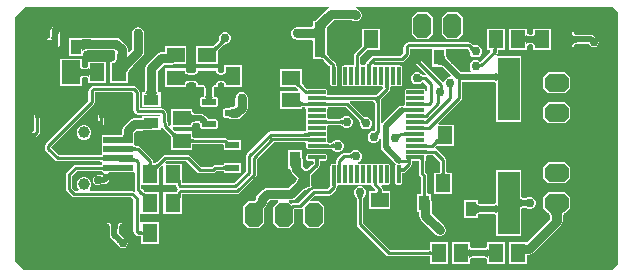
<source format=gtl>
G04*
G04 #@! TF.GenerationSoftware,Altium Limited,Altium Designer,24.3.1 (35)*
G04*
G04 Layer_Physical_Order=1*
G04 Layer_Color=255*
%FSLAX44Y44*%
%MOMM*%
G71*
G04*
G04 #@! TF.SameCoordinates,268BF101-0F90-4EF0-BC03-07382AAEC2E5*
G04*
G04*
G04 #@! TF.FilePolarity,Positive*
G04*
G01*
G75*
%ADD16C,0.2540*%
G04:AMPARAMS|DCode=17|XSize=0.28mm|YSize=1.56mm|CornerRadius=0.07mm|HoleSize=0mm|Usage=FLASHONLY|Rotation=270.000|XOffset=0mm|YOffset=0mm|HoleType=Round|Shape=RoundedRectangle|*
%AMROUNDEDRECTD17*
21,1,0.2800,1.4200,0,0,270.0*
21,1,0.1400,1.5600,0,0,270.0*
1,1,0.1400,-0.7100,-0.0700*
1,1,0.1400,-0.7100,0.0700*
1,1,0.1400,0.7100,0.0700*
1,1,0.1400,0.7100,-0.0700*
%
%ADD17ROUNDEDRECTD17*%
%ADD18R,1.3000X1.6000*%
G04:AMPARAMS|DCode=19|XSize=0.28mm|YSize=1.56mm|CornerRadius=0.07mm|HoleSize=0mm|Usage=FLASHONLY|Rotation=180.000|XOffset=0mm|YOffset=0mm|HoleType=Round|Shape=RoundedRectangle|*
%AMROUNDEDRECTD19*
21,1,0.2800,1.4200,0,0,180.0*
21,1,0.1400,1.5600,0,0,180.0*
1,1,0.1400,-0.0700,0.7100*
1,1,0.1400,0.0700,0.7100*
1,1,0.1400,0.0700,-0.7100*
1,1,0.1400,-0.0700,-0.7100*
%
%ADD19ROUNDEDRECTD19*%
%ADD20R,0.9500X1.3000*%
%ADD21R,1.6000X1.3000*%
%ADD22R,1.1500X0.6000*%
%ADD23R,1.9304X5.3340*%
G04:AMPARAMS|DCode=24|XSize=1.26mm|YSize=0.59mm|CornerRadius=0.0738mm|HoleSize=0mm|Usage=FLASHONLY|Rotation=0.000|XOffset=0mm|YOffset=0mm|HoleType=Round|Shape=RoundedRectangle|*
%AMROUNDEDRECTD24*
21,1,1.2600,0.4425,0,0,0.0*
21,1,1.1125,0.5900,0,0,0.0*
1,1,0.1475,0.5563,-0.2213*
1,1,0.1475,-0.5563,-0.2213*
1,1,0.1475,-0.5563,0.2213*
1,1,0.1475,0.5563,0.2213*
%
%ADD24ROUNDEDRECTD24*%
%ADD25R,1.3000X0.9500*%
%ADD26R,2.5000X0.5238*%
%ADD27R,2.5000X2.0000*%
%ADD28R,1.6000X2.0000*%
%ADD44C,0.5080*%
%ADD45C,0.7620*%
%ADD46C,0.3048*%
%ADD47C,0.3810*%
G04:AMPARAMS|DCode=48|XSize=2.032mm|YSize=1.524mm|CornerRadius=0mm|HoleSize=0mm|Usage=FLASHONLY|Rotation=90.000|XOffset=0mm|YOffset=0mm|HoleType=Round|Shape=Octagon|*
%AMOCTAGOND48*
4,1,8,0.3810,1.0160,-0.3810,1.0160,-0.7620,0.6350,-0.7620,-0.6350,-0.3810,-1.0160,0.3810,-1.0160,0.7620,-0.6350,0.7620,0.6350,0.3810,1.0160,0.0*
%
%ADD48OCTAGOND48*%

G04:AMPARAMS|DCode=49|XSize=2.032mm|YSize=1.524mm|CornerRadius=0mm|HoleSize=0mm|Usage=FLASHONLY|Rotation=180.000|XOffset=0mm|YOffset=0mm|HoleType=Round|Shape=Octagon|*
%AMOCTAGOND49*
4,1,8,-1.0160,0.3810,-1.0160,-0.3810,-0.6350,-0.7620,0.6350,-0.7620,1.0160,-0.3810,1.0160,0.3810,0.6350,0.7620,-0.6350,0.7620,-1.0160,0.3810,0.0*
%
%ADD49OCTAGOND49*%

%ADD50C,1.0000*%
%ADD51C,0.7620*%
G36*
X1037540Y896817D02*
Y683063D01*
X1032707Y678230D01*
X534473D01*
X527100Y685603D01*
Y893007D01*
X535743Y901650D01*
X793220D01*
X793345Y900380D01*
X792868Y900285D01*
X791188Y899163D01*
X788960Y896935D01*
X788950Y896931D01*
X788944Y896919D01*
X788939Y896913D01*
X788926Y896908D01*
X787388Y895385D01*
X783565Y891786D01*
X781707Y890221D01*
X781017Y889708D01*
X780494Y889374D01*
X780214Y889238D01*
X780005Y889192D01*
X779945Y889150D01*
X779000D01*
Y887968D01*
X778929Y887758D01*
X778977Y887661D01*
X778958Y887554D01*
X779000Y887494D01*
Y885114D01*
X778668Y884892D01*
X777795Y884019D01*
X765810D01*
X765310Y883920D01*
X764799D01*
X764328Y883725D01*
X763828Y883625D01*
X763404Y883342D01*
X762932Y883147D01*
X762572Y882786D01*
X762148Y882503D01*
X761864Y882078D01*
X761503Y881718D01*
X761308Y881246D01*
X761025Y880822D01*
X760925Y880322D01*
X760730Y879850D01*
Y879340D01*
X760630Y878840D01*
X760730Y878340D01*
Y877830D01*
X760925Y877358D01*
X761025Y876858D01*
X761308Y876434D01*
X761503Y875962D01*
X761864Y875602D01*
X762148Y875178D01*
X762572Y874894D01*
X762932Y874533D01*
X763404Y874338D01*
X763828Y874055D01*
X764328Y873955D01*
X764799Y873760D01*
X765310D01*
X765810Y873661D01*
X778399D01*
X779000Y872640D01*
Y871518D01*
X778926Y871339D01*
X779000Y871160D01*
Y857100D01*
X785886D01*
X785928Y857074D01*
X786039Y857100D01*
X786042D01*
X786147Y857056D01*
X786253Y857100D01*
X787016D01*
X787124Y857037D01*
X787437Y856817D01*
X788292Y856091D01*
X788784Y855615D01*
X788912Y855565D01*
X792868Y851609D01*
X793709Y851047D01*
X794010Y850987D01*
Y843300D01*
X794021Y843244D01*
Y836070D01*
X794174Y835301D01*
X794610Y834650D01*
X795261Y834214D01*
X796030Y834061D01*
X797430D01*
X798199Y834214D01*
X798850Y834650D01*
X799286Y835301D01*
X799439Y836070D01*
Y850270D01*
X799286Y851039D01*
X799190Y851182D01*
Y852082D01*
X798993Y853073D01*
X798431Y853913D01*
X797073Y855271D01*
X796233Y855833D01*
X795904Y855898D01*
X792588Y859215D01*
X792542Y859336D01*
X791636Y860311D01*
X791333Y860688D01*
X791103Y861016D01*
X791040Y861124D01*
Y861887D01*
X791084Y861992D01*
X791040Y862098D01*
Y862101D01*
X791066Y862211D01*
X791040Y862254D01*
Y871160D01*
X791114Y871339D01*
X791040Y871518D01*
Y872640D01*
X791040D01*
X791040Y873610D01*
X791093Y874858D01*
X791114Y874910D01*
X791040Y875089D01*
Y879411D01*
X791077Y879481D01*
X791043Y879593D01*
X791081Y879704D01*
X791040Y879786D01*
Y883242D01*
X791450Y883954D01*
X792253Y885103D01*
X794603Y887868D01*
X796116Y889434D01*
X796121Y889445D01*
X796996Y890321D01*
X811823D01*
X812102Y890134D01*
X812462Y889773D01*
X812934Y889578D01*
X813358Y889295D01*
X813858Y889195D01*
X814330Y889000D01*
X814840D01*
X815340Y888901D01*
X815840Y889000D01*
X816350D01*
X816822Y889195D01*
X817322Y889295D01*
X817746Y889578D01*
X818218Y889773D01*
X818578Y890134D01*
X819003Y890417D01*
X819286Y890842D01*
X819647Y891202D01*
X819842Y891674D01*
X820125Y892098D01*
X820225Y892598D01*
X820420Y893070D01*
Y893580D01*
X820519Y894080D01*
X820420Y894580D01*
Y895090D01*
X820225Y895562D01*
X820125Y896062D01*
X819842Y896486D01*
X819647Y896958D01*
X819286Y897318D01*
X819003Y897742D01*
X817582Y899163D01*
X815902Y900285D01*
X815425Y900380D01*
X815550Y901650D01*
X1032707D01*
X1037540Y896817D01*
D02*
G37*
G36*
X795128Y890389D02*
X793584Y888792D01*
X791164Y885944D01*
X790288Y884693D01*
X789635Y883557D01*
X789205Y882538D01*
X788997Y881633D01*
X789012Y880844D01*
X789249Y880171D01*
X789709Y879613D01*
X780301Y887849D01*
X780668Y887930D01*
X781168Y888172D01*
X781798Y888577D01*
X782561Y889142D01*
X784479Y890759D01*
X788343Y894396D01*
X789894Y895931D01*
X795128Y890389D01*
D02*
G37*
G36*
X788839Y877511D02*
X789006Y874910D01*
X789740D01*
X789567Y874834D01*
X789412Y874605D01*
X789276Y874224D01*
X789157Y873691D01*
X789107Y873345D01*
X789157Y872558D01*
X789276Y872025D01*
X789412Y871644D01*
X789567Y871415D01*
X789740Y871339D01*
X788925D01*
X788912Y871176D01*
X788830Y867290D01*
X781210D01*
X781201Y868738D01*
X781034Y871339D01*
X780301D01*
X780473Y871415D01*
X780628Y871644D01*
X780764Y872025D01*
X780883Y872558D01*
X780933Y872905D01*
X780883Y873691D01*
X780764Y874224D01*
X780628Y874605D01*
X780473Y874834D01*
X780301Y874910D01*
X781115D01*
X781128Y875073D01*
X781210Y878959D01*
X788830D01*
X788839Y877511D01*
D02*
G37*
G36*
X789568Y861797D02*
X789500Y861566D01*
X789503Y861298D01*
X789577Y860994D01*
X789724Y860653D01*
X789943Y860275D01*
X790233Y859861D01*
X790595Y859411D01*
X791536Y858400D01*
X789740Y856604D01*
X789216Y857110D01*
X788278Y857906D01*
X787864Y858197D01*
X787487Y858415D01*
X787146Y858562D01*
X786842Y858637D01*
X786574Y858640D01*
X786342Y858571D01*
X786147Y858431D01*
X789709Y861992D01*
X789568Y861797D01*
D02*
G37*
%LPC*%
G36*
X998919Y880215D02*
X998848Y880185D01*
X998774Y880207D01*
X998371Y879988D01*
X997997Y879833D01*
X997947Y879812D01*
X997917Y879741D01*
X997850Y879704D01*
X997832Y879643D01*
X997832Y879642D01*
X997788Y879495D01*
X997720Y879264D01*
X997544Y878840D01*
Y877645D01*
X992480D01*
X990993Y877349D01*
X989733Y876507D01*
X988891Y875247D01*
X988595Y873760D01*
X988891Y872273D01*
X989733Y871013D01*
X990993Y870171D01*
X992480Y869875D01*
X997544D01*
Y868680D01*
X997720Y868256D01*
X997850Y867816D01*
X997917Y867779D01*
X997947Y867708D01*
X998371Y867532D01*
X998774Y867313D01*
X998848Y867335D01*
X998919Y867305D01*
X999343Y867481D01*
X999783Y867611D01*
X999820Y867679D01*
X999891Y867708D01*
X1000067Y868132D01*
X1000286Y868535D01*
X1000320Y868856D01*
X1000361Y868972D01*
X1000430Y869075D01*
X1000568Y869202D01*
X1000816Y869353D01*
X1001197Y869508D01*
X1001714Y869646D01*
X1002362Y869754D01*
X1003137Y869822D01*
X1004065Y869846D01*
X1004132Y869875D01*
X1013121D01*
X1014523Y868473D01*
X1015783Y867631D01*
X1017270Y867335D01*
X1018757Y867631D01*
X1020017Y868473D01*
X1020859Y869733D01*
X1021155Y871220D01*
X1020859Y872707D01*
X1020017Y873967D01*
X1017477Y876507D01*
X1016217Y877349D01*
X1014730Y877645D01*
X1004132D01*
X1004065Y877674D01*
X1003137Y877698D01*
X1002362Y877766D01*
X1001714Y877874D01*
X1001197Y878012D01*
X1000816Y878167D01*
X1000568Y878318D01*
X1000430Y878445D01*
X1000361Y878548D01*
X1000320Y878664D01*
X1000286Y878985D01*
X1000067Y879388D01*
X999916Y879753D01*
X999916Y879753D01*
X999891Y879812D01*
X999820Y879842D01*
X999783Y879909D01*
X999343Y880039D01*
X998920Y880214D01*
X998919Y880215D01*
D02*
G37*
G36*
X981250Y883030D02*
X965710D01*
Y879051D01*
X965674Y878985D01*
X965640Y878664D01*
X965599Y878548D01*
X965529Y878445D01*
X965392Y878318D01*
X965144Y878167D01*
X964763Y878012D01*
X964246Y877874D01*
X963598Y877766D01*
X963295Y877740D01*
X962992Y877766D01*
X962344Y877874D01*
X961827Y878012D01*
X961447Y878167D01*
X961198Y878318D01*
X961060Y878445D01*
X960991Y878548D01*
X960950Y878664D01*
X960916Y878985D01*
X960880Y879051D01*
Y883030D01*
X945340D01*
Y864490D01*
X960880D01*
Y868469D01*
X960916Y868535D01*
X960950Y868856D01*
X960991Y868972D01*
X961060Y869075D01*
X961198Y869202D01*
X961446Y869353D01*
X961827Y869508D01*
X962344Y869646D01*
X962992Y869754D01*
X963295Y869780D01*
X963598Y869754D01*
X964246Y869646D01*
X964763Y869508D01*
X965144Y869353D01*
X965392Y869202D01*
X965529Y869075D01*
X965599Y868972D01*
X965640Y868856D01*
X965674Y868535D01*
X965710Y868469D01*
Y864490D01*
X981250D01*
Y883030D01*
D02*
G37*
G36*
X901725Y896620D02*
X892835D01*
X888390Y892175D01*
Y878205D01*
X892835Y873760D01*
X901725D01*
X906170Y878205D01*
Y892175D01*
X901725Y896620D01*
D02*
G37*
G36*
X876325D02*
X867435D01*
X862990Y892175D01*
Y878205D01*
X867435Y873760D01*
X876325D01*
X880770Y878205D01*
Y892175D01*
X876325Y896620D01*
D02*
G37*
G36*
X705861Y880110D02*
X703839D01*
X701972Y879337D01*
X700543Y877908D01*
X699770Y876040D01*
Y874305D01*
X699737Y874178D01*
X699778Y873874D01*
X699789Y873644D01*
X699779Y873434D01*
X699751Y873240D01*
X699705Y873057D01*
X699640Y872881D01*
X699556Y872709D01*
X699448Y872536D01*
X699314Y872361D01*
X699112Y872141D01*
X699079Y872049D01*
X698997Y871997D01*
X698984Y871936D01*
X696766Y869718D01*
X696644Y869673D01*
X695675Y868773D01*
X695302Y868475D01*
X694977Y868248D01*
X694840Y868170D01*
X694166D01*
X693987Y868244D01*
X693883Y868201D01*
X693773Y868227D01*
X693679Y868170D01*
X680340D01*
Y852630D01*
X698880D01*
Y862969D01*
X698937Y863063D01*
X698911Y863173D01*
X698954Y863278D01*
X698880Y863457D01*
Y864130D01*
X698958Y864267D01*
X699174Y864577D01*
X699893Y865426D01*
X700365Y865915D01*
X700415Y866042D01*
X703057Y868684D01*
X703179Y868730D01*
X703396Y868933D01*
X703589Y869090D01*
X703795Y869234D01*
X704012Y869367D01*
X704245Y869487D01*
X704492Y869596D01*
X704757Y869693D01*
X705038Y869778D01*
X705338Y869849D01*
X705690Y869914D01*
X705745Y869950D01*
X705861D01*
X707728Y870723D01*
X709157Y872152D01*
X709930Y874019D01*
Y876040D01*
X709157Y877908D01*
X707728Y879337D01*
X705861Y880110D01*
D02*
G37*
G36*
X561340Y885265D02*
X559853Y884969D01*
X558593Y884127D01*
X558107Y883641D01*
X557265Y882381D01*
X556969Y880894D01*
Y879062D01*
X556940Y878996D01*
X556916Y878068D01*
X556848Y877296D01*
X556740Y876648D01*
X556602Y876132D01*
X556447Y875751D01*
X556296Y875502D01*
X556168Y875363D01*
X556063Y875293D01*
X555946Y875251D01*
X555624Y875215D01*
X555222Y874995D01*
X554858Y874842D01*
X554858Y874842D01*
X554798Y874817D01*
X554769Y874746D01*
X554702Y874709D01*
X554573Y874268D01*
X554399Y873844D01*
X554429Y873773D01*
X554408Y873699D01*
X554628Y873297D01*
X554806Y872873D01*
X554877Y872844D01*
X554913Y872777D01*
X555354Y872648D01*
X555779Y872474D01*
X556542Y871401D01*
X556542Y870486D01*
X556213Y870157D01*
X555371Y868896D01*
X555075Y867410D01*
X555371Y865923D01*
X556213Y864663D01*
X557473Y863821D01*
X558960Y863525D01*
X560447Y863821D01*
X561707Y864663D01*
X563601Y866557D01*
X564443Y867817D01*
X564739Y869304D01*
Y873088D01*
X564861Y873415D01*
X565054Y873885D01*
X565046Y873905D01*
X565053Y873925D01*
X564995Y874053D01*
X564813Y877295D01*
X564825Y877515D01*
X564843Y877661D01*
X564858Y877747D01*
X564860Y877754D01*
X564860Y877760D01*
X564881Y877839D01*
X564868Y877933D01*
X565002Y878166D01*
X564958Y878328D01*
X565005Y878490D01*
X564863Y878749D01*
X564863Y878806D01*
X564815Y878855D01*
X564739Y879135D01*
Y879609D01*
X564929Y879893D01*
X565225Y881380D01*
X564929Y882867D01*
X564087Y884127D01*
X562827Y884969D01*
X561340Y885265D01*
D02*
G37*
G36*
X631190Y884019D02*
X630690Y883920D01*
X630179D01*
X629708Y883725D01*
X629208Y883625D01*
X628784Y883342D01*
X628312Y883147D01*
X627952Y882786D01*
X627528Y882503D01*
X627244Y882078D01*
X626883Y881718D01*
X626688Y881246D01*
X626405Y880822D01*
X626305Y880322D01*
X626110Y879850D01*
Y879340D01*
X626011Y878840D01*
Y865365D01*
X623573Y862928D01*
X622399Y863414D01*
Y865486D01*
X622005Y867468D01*
X620882Y869149D01*
X616419Y873613D01*
X614738Y874735D01*
X612756Y875129D01*
X591319D01*
X591307Y875135D01*
X585609Y875164D01*
X584065Y875210D01*
X583878Y875226D01*
X583804Y875203D01*
X583680Y875255D01*
X583501Y875180D01*
X572940D01*
Y859640D01*
X584980D01*
Y862064D01*
X585047Y862186D01*
X585106Y862749D01*
X585223Y863082D01*
X585419Y863376D01*
X585733Y863667D01*
X586207Y863957D01*
X586864Y864225D01*
X587706Y864452D01*
X588730Y864623D01*
X589931Y864729D01*
X591336Y864766D01*
X591346Y864771D01*
X610611D01*
X612040Y863341D01*
Y861456D01*
X612036Y861446D01*
X611999Y860036D01*
X611893Y858831D01*
X611722Y857803D01*
X611495Y856957D01*
X611226Y856297D01*
X610936Y855820D01*
X610643Y855503D01*
X610348Y855305D01*
X610015Y855187D01*
X609452Y855126D01*
X609387Y855090D01*
X607520D01*
Y836550D01*
X623060D01*
Y842754D01*
X623087Y842797D01*
X623060Y842908D01*
X623104Y843013D01*
X623060Y843119D01*
Y846578D01*
X623556Y847442D01*
X624350Y848579D01*
X626656Y851301D01*
X628137Y852834D01*
X628141Y852846D01*
X634852Y859557D01*
X634852Y859557D01*
X635975Y861238D01*
X636370Y863220D01*
Y878840D01*
X636270Y879340D01*
Y879850D01*
X636075Y880322D01*
X635975Y880822D01*
X635692Y881246D01*
X635497Y881718D01*
X635136Y882078D01*
X634852Y882503D01*
X634428Y882786D01*
X634068Y883147D01*
X633596Y883342D01*
X633172Y883625D01*
X632672Y883725D01*
X632201Y883920D01*
X631690D01*
X631190Y884019D01*
D02*
G37*
G36*
X941880Y883030D02*
X926340D01*
Y864490D01*
X928882D01*
X929408Y863220D01*
X920620Y854433D01*
X920591D01*
X919818Y855207D01*
X917951Y855980D01*
X915929D01*
X914062Y855207D01*
X912633Y853778D01*
X911860Y851910D01*
Y849890D01*
X912633Y848022D01*
X913491Y847165D01*
X912965Y845895D01*
X904419D01*
X897421Y852893D01*
X897393Y852963D01*
X897392Y852964D01*
X897392Y852964D01*
X897392Y852964D01*
X896150Y854242D01*
X894155Y856516D01*
X893431Y857473D01*
X892870Y858327D01*
X892481Y859052D01*
X892320Y859466D01*
Y861084D01*
X892355Y861310D01*
X892320Y861358D01*
Y866090D01*
X910171D01*
X910657Y865605D01*
X910702Y865483D01*
X910904Y865266D01*
X911057Y865075D01*
X911196Y864874D01*
X911320Y864661D01*
X911431Y864435D01*
X911529Y864194D01*
X911614Y863937D01*
X911685Y863662D01*
X911742Y863370D01*
X911788Y863020D01*
X911860Y862897D01*
Y862589D01*
X912633Y860722D01*
X914062Y859293D01*
X915929Y858520D01*
X917951D01*
X919818Y859293D01*
X921247Y860722D01*
X922020Y862589D01*
Y864611D01*
X921247Y866478D01*
X919818Y867907D01*
X917951Y868680D01*
X916569D01*
X916348Y868750D01*
X916032Y868723D01*
X915788Y868722D01*
X915564Y868740D01*
X915355Y868777D01*
X915159Y868832D01*
X914972Y868904D01*
X914791Y868995D01*
X914613Y869108D01*
X914435Y869245D01*
X914215Y869447D01*
X914160Y869467D01*
X914131Y869518D01*
X914044Y869542D01*
X913075Y870511D01*
X912235Y871073D01*
X911244Y871270D01*
X860008D01*
X859017Y871073D01*
X858177Y870511D01*
X856689Y869023D01*
X856127Y868183D01*
X855930Y867192D01*
Y862133D01*
X853637Y859840D01*
X830580D01*
X829589Y859643D01*
X828749Y859081D01*
X824899Y855231D01*
X824337Y854391D01*
X824140Y853400D01*
Y853305D01*
X824085Y853176D01*
X824084Y853061D01*
X823843Y852806D01*
X822805Y852204D01*
X822430Y852279D01*
X821030D01*
X820667Y852206D01*
X819611Y852815D01*
X819377Y853062D01*
X819374Y853194D01*
X819320Y853317D01*
Y859217D01*
X823045Y862942D01*
X823166Y862987D01*
X824135Y863887D01*
X824508Y864185D01*
X824834Y864412D01*
X824970Y864490D01*
X825644D01*
X825823Y864416D01*
X825927Y864459D01*
X826037Y864433D01*
X826131Y864490D01*
X836470D01*
Y883030D01*
X820930D01*
Y869691D01*
X820873Y869597D01*
X820899Y869487D01*
X820856Y869383D01*
X820930Y869203D01*
Y868530D01*
X820852Y868393D01*
X820636Y868083D01*
X819917Y867234D01*
X819446Y866745D01*
X819395Y866618D01*
X814899Y862121D01*
X814337Y861281D01*
X814140Y860290D01*
Y853305D01*
X814085Y853176D01*
X814084Y853061D01*
X813843Y852806D01*
X812805Y852204D01*
X812430Y852279D01*
X811030D01*
X810261Y852126D01*
X810141Y852045D01*
X809230Y851795D01*
X808319Y852045D01*
X808199Y852126D01*
X807430Y852279D01*
X806030D01*
X805261Y852126D01*
X804610Y851690D01*
X804174Y851039D01*
X804021Y850270D01*
Y836070D01*
X804174Y835301D01*
X804610Y834650D01*
X805261Y834214D01*
X806030Y834061D01*
X807430D01*
X808199Y834214D01*
X808319Y834295D01*
X809230Y834545D01*
X810141Y834295D01*
X810261Y834214D01*
X811030Y834061D01*
X812430D01*
X813199Y834214D01*
X813319Y834295D01*
X814230Y834545D01*
X815141Y834295D01*
X815261Y834214D01*
X816030Y834061D01*
X817430D01*
X818199Y834214D01*
X818319Y834295D01*
X819230Y834545D01*
X820141Y834295D01*
X820261Y834214D01*
X821030Y834061D01*
X822430D01*
X823199Y834214D01*
X823319Y834295D01*
X824230Y834545D01*
X825141Y834295D01*
X825261Y834214D01*
X826030Y834061D01*
X827430D01*
X828199Y834214D01*
X828319Y834295D01*
X829230Y834545D01*
X830141Y834295D01*
X830261Y834214D01*
X831030Y834061D01*
X832430D01*
X833199Y834214D01*
X833319Y834295D01*
X834230Y834545D01*
X835141Y834295D01*
X835261Y834214D01*
X836030Y834061D01*
X837430D01*
X837902Y834155D01*
X838633Y833779D01*
X838849Y832812D01*
X838775Y832277D01*
X834485Y827988D01*
X834363Y827942D01*
X834035Y827636D01*
X833735Y827396D01*
X833429Y827188D01*
X833114Y827010D01*
X832792Y826860D01*
X832457Y826738D01*
X832109Y826641D01*
X831745Y826572D01*
X831364Y826530D01*
X830915Y826514D01*
X830797Y826460D01*
X792564D01*
X792436Y826515D01*
X792321Y826516D01*
X792066Y826757D01*
X791464Y827794D01*
X791539Y828170D01*
Y829570D01*
X791386Y830339D01*
X790950Y830990D01*
X790299Y831426D01*
X789530Y831579D01*
X775330D01*
X775005Y831514D01*
X774459D01*
X771545Y834427D01*
X771499Y834550D01*
X770490Y835628D01*
X770154Y836039D01*
X770000Y836255D01*
Y836928D01*
X770023Y836964D01*
X770000Y837067D01*
Y849120D01*
X751460D01*
Y833580D01*
X764554D01*
X764714Y833510D01*
X764974Y833361D01*
X765269Y833158D01*
X766044Y832510D01*
X766476Y832094D01*
X766490Y832089D01*
X766715Y831794D01*
X766914Y831371D01*
X766209Y830120D01*
X751460D01*
Y814580D01*
X770000D01*
Y816344D01*
X770004Y816351D01*
X770055Y816372D01*
X770236Y816421D01*
X770499Y816464D01*
X770836Y816494D01*
X771276Y816506D01*
X771398Y816560D01*
X771556D01*
X772039Y816464D01*
X772292Y816356D01*
X772623Y816351D01*
X772936Y815978D01*
X773421Y815070D01*
X773321Y814570D01*
Y813170D01*
X773474Y812401D01*
X773555Y812281D01*
X773805Y811370D01*
X773555Y810459D01*
X773474Y810339D01*
X773321Y809570D01*
Y808170D01*
X773474Y807401D01*
X773555Y807281D01*
X773805Y806370D01*
X773555Y805459D01*
X773474Y805339D01*
X773321Y804570D01*
Y803170D01*
X773474Y802401D01*
X773555Y802281D01*
X773805Y801370D01*
X773555Y800459D01*
X773474Y800339D01*
X773321Y799570D01*
Y798170D01*
X773474Y797401D01*
X773502Y797359D01*
X773503Y797358D01*
X773509Y797330D01*
X773385Y796590D01*
X773232Y796300D01*
X772972Y795965D01*
X772431Y795925D01*
X772084Y795919D01*
X771958Y795865D01*
X743437D01*
X742446Y795668D01*
X741606Y795106D01*
X723339Y776839D01*
X722777Y775999D01*
X722580Y775008D01*
Y762021D01*
X712449Y751890D01*
X668220D01*
Y754230D01*
X668170Y754480D01*
Y768730D01*
X654492D01*
X654006Y769903D01*
X654943Y770840D01*
X672027D01*
X681429Y761439D01*
X682269Y760877D01*
X683260Y760680D01*
X694800D01*
X695791Y760877D01*
X696631Y761439D01*
X697803Y762610D01*
X702602D01*
X702724Y762556D01*
X703164Y762544D01*
X703501Y762514D01*
X703764Y762471D01*
X703945Y762422D01*
X703996Y762401D01*
X704000Y762393D01*
Y760930D01*
X718040D01*
Y769470D01*
X704000D01*
Y768007D01*
X703996Y767999D01*
X703945Y767978D01*
X703764Y767929D01*
X703501Y767886D01*
X703164Y767856D01*
X702724Y767844D01*
X702602Y767790D01*
X696730D01*
X695739Y767593D01*
X694899Y767031D01*
X693727Y765860D01*
X684333D01*
X674931Y775261D01*
X674091Y775823D01*
X673100Y776020D01*
X653870D01*
X652879Y775823D01*
X652039Y775261D01*
X647055Y770277D01*
X646933Y770232D01*
X645959Y769326D01*
X645582Y769023D01*
X645379Y768881D01*
X645056Y768898D01*
X644691Y768996D01*
X644499Y769066D01*
X644190Y769216D01*
X644046Y769947D01*
X644044Y770005D01*
X643990Y770128D01*
Y770840D01*
X643793Y771831D01*
X643231Y772671D01*
X633051Y782851D01*
X632211Y783413D01*
X631220Y783610D01*
X629438D01*
X629315Y783664D01*
X628868Y783676D01*
X628526Y783706D01*
X628258Y783750D01*
X628040Y784909D01*
Y785131D01*
X628040Y785131D01*
Y789711D01*
X628139Y790211D01*
Y794574D01*
X630238Y796673D01*
X634601D01*
X635035Y796759D01*
X641592D01*
X642092Y796858D01*
X650302D01*
Y799845D01*
X651572Y799970D01*
X651657Y799539D01*
X652219Y798699D01*
X657203Y793715D01*
X657248Y793593D01*
X658154Y792619D01*
X658457Y792242D01*
X658688Y791914D01*
X658750Y791806D01*
Y791043D01*
X658706Y790938D01*
X658750Y790832D01*
Y790829D01*
X658724Y790718D01*
X658750Y790676D01*
Y780290D01*
X677290D01*
Y785254D01*
X677294Y785261D01*
X677345Y785282D01*
X677526Y785331D01*
X677789Y785375D01*
X678126Y785404D01*
X678566Y785416D01*
X678688Y785470D01*
X703337D01*
X704000Y784808D01*
Y779930D01*
X718040D01*
Y788470D01*
X707663D01*
X706241Y789891D01*
X705401Y790453D01*
X704410Y790650D01*
X678688D01*
X678566Y790704D01*
X678126Y790716D01*
X677789Y790746D01*
X677526Y790789D01*
X677345Y790838D01*
X677294Y790859D01*
X677290Y790867D01*
Y795830D01*
X663904D01*
X663862Y795856D01*
X663752Y795830D01*
X663748D01*
X663643Y795874D01*
X663537Y795830D01*
X662774D01*
X662666Y795893D01*
X662353Y796112D01*
X661498Y796839D01*
X661006Y797314D01*
X660989Y797321D01*
X660455Y798085D01*
X661015Y799290D01*
X677290D01*
Y801713D01*
X677357Y801836D01*
X677391Y802158D01*
X677432Y802275D01*
X677501Y802378D01*
X677637Y802505D01*
X677882Y802655D01*
X678259Y802809D01*
X678771Y802947D01*
X679414Y803054D01*
X680183Y803122D01*
X681106Y803146D01*
X681172Y803176D01*
X682811D01*
X683022Y802956D01*
X683548Y802347D01*
X683631Y802238D01*
Y799818D01*
X683786Y799034D01*
X684230Y798370D01*
X684894Y797926D01*
X685677Y797771D01*
X696803D01*
X697586Y797926D01*
X698250Y798370D01*
X698693Y799034D01*
X698849Y799818D01*
Y804242D01*
X698693Y805026D01*
X698250Y805690D01*
X697586Y806133D01*
X696803Y806289D01*
X691224D01*
X688020Y809086D01*
X687269Y809832D01*
X687127Y809890D01*
X685991Y810649D01*
X684504Y810945D01*
X681172D01*
X681106Y810974D01*
X680183Y810999D01*
X679414Y811066D01*
X678771Y811174D01*
X678259Y811311D01*
X677882Y811466D01*
X677637Y811616D01*
X677501Y811742D01*
X677432Y811845D01*
X677391Y811962D01*
X677357Y812284D01*
X677290Y812407D01*
Y814830D01*
X658750D01*
Y801152D01*
X657577Y800666D01*
X656640Y801603D01*
Y802640D01*
X656443Y803631D01*
X655881Y804471D01*
X655370Y804983D01*
Y811312D01*
X655173Y812303D01*
X654611Y813143D01*
X653123Y814631D01*
X652283Y815193D01*
X651292Y815390D01*
X632510D01*
Y829310D01*
X632313Y830301D01*
X631751Y831141D01*
X629211Y833681D01*
X628371Y834243D01*
X627380Y834440D01*
X593308D01*
X592317Y834243D01*
X591477Y833681D01*
X589989Y832193D01*
X589427Y831353D01*
X589230Y830362D01*
Y821493D01*
X552941Y785203D01*
X552379Y784363D01*
X552182Y783372D01*
Y781268D01*
X552379Y780277D01*
X552941Y779437D01*
X561189Y771189D01*
X562029Y770627D01*
X563020Y770430D01*
X599102D01*
X599225Y770376D01*
X599672Y770364D01*
X600014Y770334D01*
X600282Y770290D01*
X600470Y770240D01*
X600500Y770228D01*
X600500Y769131D01*
Y768508D01*
X599602Y767610D01*
X578330D01*
X577339Y767413D01*
X576499Y766851D01*
X570939Y761291D01*
X570377Y760451D01*
X570180Y759460D01*
Y746978D01*
X570377Y745987D01*
X570939Y745147D01*
X574967Y741119D01*
X575807Y740557D01*
X576798Y740360D01*
X625037D01*
X627330Y738067D01*
Y711418D01*
X627527Y710427D01*
X628089Y709587D01*
X629577Y708099D01*
X630417Y707537D01*
X631408Y707340D01*
X632232D01*
X632355Y707286D01*
X632802Y707274D01*
X633144Y707244D01*
X633412Y707200D01*
X633600Y707150D01*
X633630Y707138D01*
Y700660D01*
X649170D01*
Y719200D01*
X633630D01*
Y719200D01*
X632510Y719562D01*
Y725698D01*
X633630Y726060D01*
X633780Y726060D01*
X649170D01*
Y744600D01*
X638538D01*
X638504Y744622D01*
X638403Y744600D01*
X638365D01*
X638259Y744644D01*
X638154Y744600D01*
X637643D01*
X637466Y744709D01*
X637168Y744926D01*
X636356Y745628D01*
X635887Y746082D01*
X635759Y746133D01*
X635097Y746795D01*
X634257Y747357D01*
X634256Y747357D01*
X633780Y747833D01*
Y750190D01*
X649170D01*
Y763576D01*
X649196Y763618D01*
X649170Y763728D01*
Y763732D01*
X649214Y763837D01*
X649170Y763943D01*
Y764706D01*
X649232Y764814D01*
X649452Y765127D01*
X650179Y765982D01*
X650654Y766474D01*
X650661Y766491D01*
X651425Y767025D01*
X652630Y766465D01*
Y750190D01*
X663159D01*
X663237Y749797D01*
X663799Y748957D01*
X664500Y748256D01*
X665225Y747395D01*
X664500Y746534D01*
X663799Y745833D01*
X663237Y744993D01*
X663159Y744600D01*
X652630D01*
Y726060D01*
X668170D01*
Y740310D01*
X668220Y740560D01*
Y742900D01*
X715100D01*
X716091Y743097D01*
X716932Y743659D01*
X730811Y757539D01*
X731373Y758379D01*
X731570Y759370D01*
Y772357D01*
X746088Y786875D01*
X771958D01*
X772084Y786821D01*
X772445Y786814D01*
X772743Y786798D01*
X772968Y786772D01*
X773507Y785852D01*
X773531Y785740D01*
X773529Y785516D01*
X773503Y785382D01*
X773502Y785380D01*
X773474Y785339D01*
X773321Y784570D01*
Y783170D01*
X773474Y782401D01*
X773910Y781750D01*
X774561Y781314D01*
X775330Y781161D01*
X782504D01*
X782560Y781150D01*
X790393D01*
X792720Y781096D01*
X792782Y781120D01*
X792845Y781098D01*
X792950Y781150D01*
X793999D01*
X794115Y781097D01*
X794116Y781097D01*
X794117Y781096D01*
X794415Y781084D01*
X794643Y781056D01*
X794860Y781009D01*
X795069Y780945D01*
X795271Y780862D01*
X795470Y780759D01*
X795667Y780634D01*
X795863Y780486D01*
X796060Y780311D01*
X796290Y780074D01*
X796539Y779967D01*
X797222Y779283D01*
X799090Y778510D01*
X801111D01*
X802978Y779283D01*
X804407Y780712D01*
X805180Y782579D01*
Y784601D01*
X804407Y786468D01*
X802978Y787897D01*
X801111Y788670D01*
X799090D01*
X797222Y787897D01*
X796792Y787466D01*
X796575Y787391D01*
X796319Y787165D01*
X796096Y786992D01*
X795874Y786844D01*
X795654Y786719D01*
X795433Y786616D01*
X795212Y786533D01*
X794988Y786469D01*
X794759Y786423D01*
X794523Y786395D01*
X794226Y786384D01*
X794109Y786330D01*
X792727D01*
X792599Y786385D01*
X792237Y786389D01*
X791924Y786761D01*
X791439Y787670D01*
X791539Y788170D01*
Y789570D01*
X791386Y790339D01*
X791305Y790459D01*
X791055Y791370D01*
X791305Y792281D01*
X791386Y792401D01*
X791539Y793170D01*
Y794570D01*
X791386Y795339D01*
X791305Y795459D01*
X791055Y796370D01*
X791305Y797281D01*
X791386Y797401D01*
X791539Y798170D01*
Y799570D01*
X791467Y799933D01*
X792075Y800989D01*
X792322Y801223D01*
X792454Y801226D01*
X792577Y801280D01*
X801686D01*
X801802Y801226D01*
X802100Y801215D01*
X802333Y801187D01*
X802558Y801140D01*
X802776Y801076D01*
X802991Y800993D01*
X803203Y800889D01*
X803415Y800764D01*
X803628Y800616D01*
X803841Y800442D01*
X804088Y800211D01*
X804323Y800122D01*
X804842Y799603D01*
X806710Y798830D01*
X808730D01*
X810598Y799603D01*
X812027Y801032D01*
X812800Y802899D01*
Y804921D01*
X812027Y806788D01*
X810598Y808217D01*
X808730Y808990D01*
X806710D01*
X804842Y808217D01*
X804256Y807630D01*
X804012Y807533D01*
X803772Y807299D01*
X803566Y807125D01*
X803360Y806976D01*
X803154Y806851D01*
X802947Y806748D01*
X802738Y806665D01*
X802524Y806600D01*
X802302Y806554D01*
X802071Y806525D01*
X801773Y806514D01*
X801657Y806460D01*
X792564D01*
X792436Y806515D01*
X792321Y806516D01*
X792066Y806757D01*
X791464Y807794D01*
X791539Y808170D01*
Y809570D01*
X791386Y810339D01*
X791305Y810459D01*
X791055Y811370D01*
X791305Y812281D01*
X791386Y812401D01*
X791539Y813170D01*
Y814570D01*
X791467Y814933D01*
X792075Y815989D01*
X792322Y816223D01*
X792454Y816226D01*
X792577Y816280D01*
X806927D01*
X818121Y805086D01*
X818166Y804966D01*
X818368Y804747D01*
X818512Y804563D01*
X818637Y804372D01*
X818745Y804174D01*
X818836Y803965D01*
X818911Y803744D01*
X818970Y803507D01*
X819013Y803254D01*
X819038Y802982D01*
X819046Y802646D01*
X819150Y802411D01*
Y801629D01*
X819923Y799762D01*
X821352Y798333D01*
X823220Y797560D01*
X825240D01*
X827108Y798333D01*
X828537Y799762D01*
X829310Y801629D01*
Y803651D01*
X828537Y805518D01*
X827108Y806947D01*
X825240Y807720D01*
X824460D01*
X824224Y807824D01*
X823888Y807832D01*
X823616Y807857D01*
X823363Y807900D01*
X823126Y807959D01*
X822905Y808034D01*
X822696Y808125D01*
X822498Y808233D01*
X822307Y808358D01*
X822123Y808502D01*
X821905Y808704D01*
X821784Y808749D01*
X810522Y820010D01*
X811048Y821280D01*
X830037D01*
X830148Y821227D01*
X830546Y821206D01*
X830796Y821162D01*
X830968Y821105D01*
X831077Y821046D01*
X831148Y820988D01*
X831206Y820917D01*
X831265Y820808D01*
X831322Y820636D01*
X831366Y820387D01*
X831387Y819988D01*
X831440Y819877D01*
Y797517D01*
X831192Y796310D01*
X831156Y796290D01*
X829569D01*
X827702Y795517D01*
X826273Y794088D01*
X825500Y792221D01*
Y790200D01*
X826273Y788332D01*
X827702Y786903D01*
X829569Y786130D01*
X831590D01*
X833458Y786903D01*
X834887Y788332D01*
X835660Y790200D01*
X836855Y790019D01*
Y782320D01*
X837151Y780833D01*
X837993Y779573D01*
X849556Y768010D01*
X849174Y767439D01*
X849021Y766670D01*
Y752470D01*
X849174Y751701D01*
X849610Y751050D01*
X850261Y750614D01*
X851030Y750461D01*
X852430D01*
X853199Y750614D01*
X853850Y751050D01*
X854286Y751701D01*
X854439Y752470D01*
Y760559D01*
X854509Y760576D01*
X854756Y760613D01*
X855072Y760638D01*
X855485Y760648D01*
X855735Y760759D01*
X856443Y760900D01*
X857283Y761461D01*
X862061Y766239D01*
X862623Y767079D01*
X862820Y768070D01*
Y770204D01*
X862826Y770234D01*
X862935Y770486D01*
X862942Y770843D01*
X862959Y771122D01*
X862964Y771161D01*
X869093D01*
X869129Y771023D01*
X869174Y770742D01*
X869204Y770381D01*
X869216Y769913D01*
X869270Y769790D01*
Y760275D01*
X869467Y759284D01*
X870029Y758444D01*
X871010Y757462D01*
Y744498D01*
X870956Y744376D01*
X870944Y743929D01*
X870914Y743586D01*
X870870Y743318D01*
X870820Y743131D01*
X870808Y743100D01*
X867580D01*
Y727560D01*
X869200D01*
X869349Y725196D01*
X869355Y724379D01*
X869369Y724347D01*
X869755Y722408D01*
X870878Y720727D01*
X882797Y708808D01*
X883222Y708524D01*
X883582Y708163D01*
X884054Y707968D01*
X884478Y707685D01*
X884978Y707585D01*
X885450Y707390D01*
X885960D01*
X886460Y707290D01*
X886960Y707390D01*
X887470D01*
X887942Y707585D01*
X888442Y707685D01*
X888866Y707968D01*
X889338Y708163D01*
X889698Y708524D01*
X890123Y708808D01*
X890406Y709232D01*
X890767Y709592D01*
X890962Y710064D01*
X891245Y710488D01*
X891345Y710988D01*
X891540Y711460D01*
Y711970D01*
X891639Y712470D01*
X891540Y712970D01*
Y713481D01*
X891345Y713952D01*
X891245Y714452D01*
X890962Y714876D01*
X890767Y715348D01*
X890406Y715708D01*
X890123Y716133D01*
X879719Y726535D01*
Y737080D01*
X879620Y737581D01*
Y743100D01*
X876392D01*
X876380Y743131D01*
X876330Y743318D01*
X876286Y743586D01*
X876256Y743929D01*
X876244Y744376D01*
X876190Y744498D01*
Y758535D01*
X875993Y759526D01*
X875431Y760366D01*
X874450Y761348D01*
Y769799D01*
X874504Y769925D01*
X874510Y770294D01*
X874526Y770600D01*
X874592Y771188D01*
X874632Y771409D01*
X874683Y771615D01*
X874737Y771791D01*
X874794Y771937D01*
X874851Y772054D01*
X874939Y772201D01*
X874964Y772369D01*
X874986Y772401D01*
X875077Y772862D01*
X875130Y773029D01*
X875116Y773056D01*
X875139Y773170D01*
Y774570D01*
X875066Y774933D01*
X875675Y775989D01*
X875922Y776223D01*
X876054Y776226D01*
X876177Y776280D01*
X881217D01*
X887070Y770427D01*
Y762508D01*
X887016Y762386D01*
X887004Y761946D01*
X886974Y761609D01*
X886931Y761346D01*
X886882Y761165D01*
X886861Y761114D01*
X886853Y761110D01*
X881890D01*
Y742570D01*
X897430D01*
Y761110D01*
X892466D01*
X892459Y761114D01*
X892438Y761165D01*
X892389Y761346D01*
X892345Y761609D01*
X892316Y761946D01*
X892304Y762386D01*
X892250Y762508D01*
Y771500D01*
X892053Y772491D01*
X891491Y773331D01*
X884121Y780701D01*
X883320Y781236D01*
X883229Y781527D01*
X883029Y782548D01*
X883602Y783210D01*
X898700D01*
Y801750D01*
X885812D01*
X885326Y802923D01*
X904801Y822399D01*
X905363Y823239D01*
X905560Y824230D01*
Y838125D01*
X930076D01*
X930143Y838096D01*
X931071Y838072D01*
X931846Y838004D01*
X932494Y837896D01*
X933011Y837758D01*
X933392Y837603D01*
X933640Y837452D01*
X933778Y837325D01*
X933847Y837222D01*
X933888Y837106D01*
X933922Y836785D01*
X933958Y836719D01*
Y803911D01*
X955802D01*
Y859791D01*
X935100D01*
X934574Y861061D01*
X935119Y861607D01*
X935680Y862447D01*
X935821Y863154D01*
X935932Y863405D01*
X935942Y863813D01*
X935967Y864125D01*
X936005Y864368D01*
X936035Y864490D01*
X941880D01*
Y883030D01*
D02*
G37*
G36*
X719630Y852296D02*
X704090D01*
Y846691D01*
X704054Y846625D01*
X704020Y846304D01*
X703979Y846188D01*
X703910Y846085D01*
X703772Y845958D01*
X703524Y845807D01*
X703143Y845652D01*
X702626Y845514D01*
X701978Y845406D01*
X701489Y845364D01*
X701004Y845406D01*
X700361Y845514D01*
X699849Y845651D01*
X699472Y845806D01*
X699227Y845956D01*
X699091Y846082D01*
X699022Y846185D01*
X698980Y846302D01*
X698947Y846624D01*
X698880Y846747D01*
Y849170D01*
X680340D01*
Y846691D01*
X680304Y846625D01*
X680270Y846304D01*
X680229Y846188D01*
X680160Y846085D01*
X680022Y845958D01*
X679774Y845807D01*
X679393Y845652D01*
X678876Y845514D01*
X678228Y845406D01*
X677453Y845339D01*
X676525Y845314D01*
X676458Y845285D01*
X676092D01*
X676026Y845314D01*
X675103Y845339D01*
X674334Y845406D01*
X673691Y845514D01*
X673179Y845651D01*
X672802Y845806D01*
X672557Y845956D01*
X672421Y846082D01*
X672352Y846185D01*
X672310Y846302D01*
X672277Y846624D01*
X672210Y846747D01*
Y849170D01*
X653670D01*
Y833630D01*
X672210D01*
Y836053D01*
X672277Y836176D01*
X672310Y836498D01*
X672352Y836615D01*
X672421Y836718D01*
X672557Y836845D01*
X672802Y836995D01*
X673179Y837149D01*
X673691Y837287D01*
X674334Y837394D01*
X675103Y837462D01*
X676026Y837486D01*
X676092Y837515D01*
X676458D01*
X676525Y837486D01*
X677453Y837462D01*
X678228Y837394D01*
X678876Y837286D01*
X679393Y837148D01*
X679774Y836993D01*
X680022Y836842D01*
X680160Y836715D01*
X680229Y836612D01*
X680270Y836496D01*
X680304Y836175D01*
X680340Y836109D01*
Y833630D01*
X685949D01*
X686015Y833594D01*
X686336Y833560D01*
X686452Y833519D01*
X686555Y833450D01*
X686682Y833312D01*
X686833Y833064D01*
X686988Y832683D01*
X687126Y832166D01*
X687234Y831518D01*
X687301Y830743D01*
X687326Y829815D01*
X687355Y829748D01*
Y829146D01*
X687326Y829079D01*
X687301Y828151D01*
X687234Y827376D01*
X687126Y826728D01*
X686988Y826211D01*
X686833Y825830D01*
X686682Y825582D01*
X686555Y825444D01*
X686452Y825375D01*
X686336Y825334D01*
X686015Y825300D01*
X685996Y825289D01*
X685677D01*
X684894Y825134D01*
X684230Y824690D01*
X683786Y824026D01*
X683631Y823242D01*
Y818818D01*
X683786Y818034D01*
X684230Y817370D01*
X684894Y816926D01*
X685677Y816771D01*
X696803D01*
X697586Y816926D01*
X698250Y817370D01*
X698693Y818034D01*
X698849Y818818D01*
Y823242D01*
X698693Y824026D01*
X698250Y824690D01*
X697586Y825134D01*
X696803Y825289D01*
X696484D01*
X696465Y825300D01*
X696144Y825334D01*
X696028Y825375D01*
X695925Y825444D01*
X695798Y825582D01*
X695647Y825830D01*
X695492Y826211D01*
X695354Y826728D01*
X695246Y827376D01*
X695178Y828151D01*
X695154Y829079D01*
X695125Y829146D01*
Y829748D01*
X695154Y829815D01*
X695178Y830743D01*
X695246Y831518D01*
X695354Y832166D01*
X695492Y832683D01*
X695647Y833064D01*
X695798Y833312D01*
X695925Y833450D01*
X696028Y833519D01*
X696144Y833560D01*
X696465Y833594D01*
X696531Y833630D01*
X698880D01*
Y836053D01*
X698947Y836176D01*
X698980Y836498D01*
X699022Y836615D01*
X699091Y836718D01*
X699227Y836845D01*
X699472Y836995D01*
X699849Y837149D01*
X700361Y837287D01*
X701004Y837394D01*
X701489Y837437D01*
X701978Y837394D01*
X702626Y837286D01*
X703143Y837148D01*
X703524Y836993D01*
X703772Y836842D01*
X703910Y836715D01*
X703979Y836612D01*
X704020Y836496D01*
X704054Y836175D01*
X704090Y836109D01*
Y833756D01*
X719630D01*
Y852296D01*
D02*
G37*
G36*
X583340Y857090D02*
X564800D01*
Y834550D01*
X583340D01*
Y840529D01*
X583376Y840595D01*
X583410Y840916D01*
X583451Y841032D01*
X583520Y841135D01*
X583658Y841262D01*
X583906Y841413D01*
X584287Y841568D01*
X584804Y841706D01*
X585452Y841814D01*
X585930Y841855D01*
X586408Y841814D01*
X587056Y841706D01*
X587573Y841568D01*
X587954Y841413D01*
X588202Y841262D01*
X588340Y841135D01*
X588409Y841032D01*
X588450Y840916D01*
X588484Y840595D01*
X588520Y840529D01*
Y836550D01*
X604060D01*
Y855090D01*
X588520D01*
Y851111D01*
X588484Y851045D01*
X588450Y850724D01*
X588409Y850608D01*
X588340Y850505D01*
X588202Y850378D01*
X587954Y850227D01*
X587573Y850072D01*
X587056Y849934D01*
X586408Y849826D01*
X585930Y849784D01*
X585452Y849826D01*
X584804Y849934D01*
X584287Y850072D01*
X583906Y850227D01*
X583658Y850378D01*
X583520Y850505D01*
X583451Y850608D01*
X583410Y850724D01*
X583376Y851045D01*
X583340Y851111D01*
Y857090D01*
D02*
G37*
G36*
X992505Y845820D02*
X978535D01*
X974090Y841375D01*
Y832485D01*
X978535Y828040D01*
X992505D01*
X996950Y832485D01*
Y841375D01*
X992505Y845820D01*
D02*
G37*
G36*
X672210Y868170D02*
X653670D01*
Y863056D01*
X651464Y862899D01*
X650692Y862895D01*
X650663Y862882D01*
X648718Y862495D01*
X647038Y861373D01*
X638869Y853204D01*
X637746Y851524D01*
X637352Y849542D01*
Y835254D01*
X637347Y835243D01*
X637321Y833825D01*
X637245Y832597D01*
X637122Y831539D01*
X636957Y830657D01*
X636759Y829963D01*
X636546Y829465D01*
X636353Y829167D01*
X636217Y829037D01*
X636144Y829000D01*
X635857Y828957D01*
X635760Y828898D01*
X634762D01*
Y827777D01*
X634688Y827598D01*
X634729Y827498D01*
X634703Y827393D01*
X634762Y827295D01*
Y816858D01*
X650302D01*
Y827295D01*
X650360Y827393D01*
X650334Y827498D01*
X650376Y827598D01*
X650302Y827777D01*
Y828898D01*
X649304D01*
X649206Y828957D01*
X648919Y829000D01*
X648846Y829037D01*
X648711Y829167D01*
X648517Y829465D01*
X648305Y829963D01*
X648106Y830657D01*
X647944Y831519D01*
X647742Y833842D01*
X647716Y835243D01*
X647711Y835254D01*
Y847396D01*
X652846Y852531D01*
X660250D01*
X660750Y852630D01*
X672210D01*
Y868170D01*
D02*
G37*
G36*
X718820Y829409D02*
X718320Y829310D01*
X717810D01*
X717338Y829115D01*
X716838Y829015D01*
X716414Y828732D01*
X715942Y828537D01*
X715582Y828176D01*
X715157Y827893D01*
X714874Y827468D01*
X714513Y827108D01*
X714318Y826636D01*
X714035Y826212D01*
X713935Y825712D01*
X713740Y825240D01*
Y824730D01*
X713641Y824230D01*
Y818139D01*
X712211Y816710D01*
X710840D01*
X708858Y816315D01*
X708071Y815789D01*
X705277D01*
X704494Y815633D01*
X703830Y815190D01*
X703387Y814526D01*
X703231Y813743D01*
Y809317D01*
X703387Y808534D01*
X703830Y807870D01*
X704494Y807427D01*
X705277Y807271D01*
X708071D01*
X708858Y806745D01*
X710840Y806350D01*
X714356D01*
X716338Y806745D01*
X718019Y807868D01*
X722483Y812331D01*
X723605Y814012D01*
X723999Y815994D01*
Y824230D01*
X723900Y824730D01*
Y825240D01*
X723705Y825712D01*
X723605Y826212D01*
X723322Y826636D01*
X723127Y827108D01*
X722766Y827468D01*
X722483Y827893D01*
X722058Y828176D01*
X721698Y828537D01*
X721226Y828732D01*
X720802Y829015D01*
X720302Y829115D01*
X719830Y829310D01*
X719320D01*
X718820Y829409D01*
D02*
G37*
G36*
X992505Y820420D02*
X978535D01*
X974090Y815975D01*
Y807085D01*
X978535Y802640D01*
X992505D01*
X996950Y807085D01*
Y815975D01*
X992505Y820420D01*
D02*
G37*
G36*
X556770Y820110D02*
X554270D01*
X553279Y819913D01*
X552439Y819351D01*
X543709Y810621D01*
X543147Y809781D01*
X542950Y808790D01*
Y796803D01*
X539189Y793041D01*
X538627Y792201D01*
X538430Y791210D01*
X538627Y790219D01*
X539189Y789379D01*
X540029Y788817D01*
X541020Y788620D01*
X542011Y788817D01*
X542851Y789379D01*
X547371Y793899D01*
X547933Y794739D01*
X548130Y795730D01*
Y807717D01*
X555343Y814930D01*
X556770D01*
X557761Y815127D01*
X558601Y815689D01*
X559163Y816529D01*
X559360Y817520D01*
X559163Y818511D01*
X558601Y819351D01*
X557761Y819913D01*
X556770Y820110D01*
D02*
G37*
G36*
X992505Y769620D02*
X978535D01*
X974090Y765175D01*
Y756285D01*
X978535Y751840D01*
X992505D01*
X996950Y756285D01*
Y765175D01*
X992505Y769620D01*
D02*
G37*
G36*
X770400Y779930D02*
X758360D01*
Y764390D01*
X760141D01*
Y764080D01*
X760535Y762098D01*
X761657Y760418D01*
X765847Y756228D01*
X765396Y755440D01*
X764613Y754313D01*
X762351Y751635D01*
X760903Y750135D01*
X760899Y750124D01*
X758904Y748130D01*
X740410D01*
X738428Y747735D01*
X736748Y746612D01*
X732284Y742149D01*
X731161Y740468D01*
X730767Y738486D01*
Y738400D01*
X728967Y736600D01*
X724535D01*
X720090Y732155D01*
Y718185D01*
X724535Y713740D01*
X733425D01*
X737870Y718185D01*
Y730853D01*
X739609Y732592D01*
X740732Y734272D01*
X741126Y736255D01*
Y736341D01*
X742555Y737770D01*
X749695D01*
X749836Y736500D01*
X745490Y732155D01*
Y718185D01*
X749935Y713740D01*
X758825D01*
X763270Y718185D01*
Y730180D01*
X763291Y730200D01*
X768350D01*
X769341Y730397D01*
X769620Y730584D01*
X770890Y729908D01*
Y718185D01*
X775335Y713740D01*
X784225D01*
X788670Y718185D01*
Y732155D01*
X784225Y736600D01*
X777482D01*
X776996Y737773D01*
X780853Y741630D01*
X792480D01*
X793471Y741827D01*
X794311Y742389D01*
X798561Y746639D01*
X799123Y747479D01*
X799320Y748470D01*
Y749436D01*
X799375Y749564D01*
X799376Y749679D01*
X799617Y749934D01*
X800655Y750536D01*
X801030Y750461D01*
X802430D01*
X803199Y750614D01*
X803319Y750695D01*
X804230Y750945D01*
X805141Y750695D01*
X805261Y750614D01*
X806030Y750461D01*
X807430D01*
X808199Y750614D01*
X808319Y750695D01*
X809230Y750945D01*
X810141Y750695D01*
X810261Y750614D01*
X811030Y750461D01*
X812430D01*
X813199Y750614D01*
X813319Y750695D01*
X814230Y750945D01*
X815141Y750695D01*
X815261Y750614D01*
X816030Y750461D01*
X817430D01*
X818199Y750614D01*
X818319Y750695D01*
X819230Y750945D01*
X820141Y750695D01*
X820261Y750614D01*
X821030Y750461D01*
X822430D01*
X823199Y750614D01*
X823319Y750695D01*
X824230Y750945D01*
X825141Y750695D01*
X825261Y750614D01*
X826030Y750461D01*
X827430D01*
X828000Y750575D01*
X828270Y750572D01*
X829403Y749892D01*
X829467Y749569D01*
X830029Y748729D01*
X832007Y746750D01*
X831481Y745480D01*
X826390D01*
Y729940D01*
X844930D01*
Y745480D01*
X838452D01*
X838440Y745510D01*
X838390Y745698D01*
X838346Y745966D01*
X838316Y746309D01*
X838304Y746755D01*
X838207Y746973D01*
X838053Y747751D01*
X837491Y748591D01*
X836891Y749191D01*
X837417Y750461D01*
X837430D01*
X838199Y750614D01*
X838319Y750695D01*
X839230Y750945D01*
X840141Y750695D01*
X840261Y750614D01*
X841030Y750461D01*
X842430D01*
X843199Y750614D01*
X843850Y751050D01*
X844286Y751701D01*
X844439Y752470D01*
Y766670D01*
X844286Y767439D01*
X843850Y768090D01*
X843199Y768526D01*
X842430Y768679D01*
X841030D01*
X840261Y768526D01*
X840141Y768445D01*
X839230Y768195D01*
X838319Y768445D01*
X838199Y768526D01*
X837430Y768679D01*
X836030D01*
X835261Y768526D01*
X835141Y768445D01*
X834230Y768195D01*
X833319Y768445D01*
X833199Y768526D01*
X832430Y768679D01*
X831030D01*
X830261Y768526D01*
X830141Y768445D01*
X829230Y768195D01*
X828319Y768445D01*
X828199Y768526D01*
X827430Y768679D01*
X826030D01*
X825261Y768526D01*
X825141Y768445D01*
X824230Y768195D01*
X823319Y768445D01*
X823199Y768526D01*
X822430Y768679D01*
X821030D01*
X820261Y768526D01*
X820141Y768445D01*
X819230Y768195D01*
X818319Y768445D01*
X818199Y768526D01*
X817430Y768679D01*
X817396D01*
X817144Y769949D01*
X818218Y770393D01*
X819647Y771822D01*
X820420Y773689D01*
Y775711D01*
X819647Y777578D01*
X818218Y779007D01*
X816350Y779780D01*
X814330D01*
X812462Y779007D01*
X812145Y778689D01*
X811964Y778634D01*
X811695Y778414D01*
X811460Y778243D01*
X811226Y778097D01*
X810994Y777973D01*
X810764Y777871D01*
X810533Y777789D01*
X810302Y777725D01*
X810067Y777680D01*
X809827Y777653D01*
X809530Y777642D01*
X809413Y777588D01*
X805478D01*
X804487Y777391D01*
X803647Y776829D01*
X799899Y773081D01*
X799337Y772241D01*
X799140Y771250D01*
Y769705D01*
X799085Y769576D01*
X799084Y769461D01*
X798843Y769206D01*
X797805Y768604D01*
X797430Y768679D01*
X796030D01*
X795261Y768526D01*
X794610Y768090D01*
X794174Y767439D01*
X794021Y766670D01*
Y752470D01*
X794058Y752288D01*
X794025Y752209D01*
X794031Y752193D01*
X794025Y752177D01*
X794086Y749546D01*
X794103Y749506D01*
X791407Y746810D01*
X779780D01*
X778789Y746613D01*
X777949Y746051D01*
X767277Y735380D01*
X762218D01*
X761227Y735183D01*
X760637Y734788D01*
X758924Y736500D01*
X759065Y737770D01*
X761050D01*
X763032Y738165D01*
X764712Y739287D01*
X768204Y742779D01*
X768213Y742783D01*
X770279Y744689D01*
X771221Y745443D01*
X772138Y746096D01*
X773015Y746638D01*
X773848Y747073D01*
X774636Y747402D01*
X775377Y747629D01*
X776070Y747761D01*
X776809Y747809D01*
X776954Y747880D01*
X778020D01*
Y748945D01*
X778091Y749088D01*
X778060Y749179D01*
X778091Y749271D01*
X778020Y749415D01*
Y758220D01*
X778077Y758313D01*
X778051Y758423D01*
X778094Y758528D01*
X778020Y758707D01*
Y759121D01*
X778162Y759333D01*
X780889Y762530D01*
X781808Y763469D01*
X781860Y763598D01*
X784261Y765999D01*
X784823Y766839D01*
X785020Y767830D01*
Y769789D01*
X785074Y769912D01*
X785086Y770358D01*
X785116Y770701D01*
X785160Y770969D01*
X785210Y771156D01*
X785212Y771161D01*
X789530D01*
X790299Y771314D01*
X790950Y771750D01*
X791386Y772401D01*
X791539Y773170D01*
Y774570D01*
X791386Y775339D01*
X790950Y775990D01*
X790299Y776426D01*
X789530Y776579D01*
X775330D01*
X774561Y776426D01*
X773910Y775990D01*
X773474Y775339D01*
X773321Y774570D01*
Y773170D01*
X773474Y772401D01*
X773910Y771750D01*
X774561Y771314D01*
X775330Y771161D01*
X779648D01*
X779650Y771157D01*
X779700Y770969D01*
X779744Y770701D01*
X779774Y770358D01*
X779786Y769912D01*
X779840Y769789D01*
Y768903D01*
X778206Y767269D01*
X778080Y767219D01*
X776222Y765442D01*
X774638Y764090D01*
X773968Y763586D01*
X773721Y763420D01*
X773307D01*
X773304Y763421D01*
X770499Y766226D01*
Y772490D01*
X770400Y772991D01*
Y779930D01*
D02*
G37*
G36*
X955802Y763270D02*
X933958D01*
Y735541D01*
X933922Y735475D01*
X933888Y735154D01*
X933847Y735038D01*
X933778Y734935D01*
X933640Y734808D01*
X933392Y734657D01*
X933011Y734502D01*
X932494Y734364D01*
X931846Y734257D01*
X931071Y734189D01*
X930143Y734165D01*
X930076Y734135D01*
X922872D01*
X922806Y734165D01*
X921883Y734189D01*
X921114Y734257D01*
X920471Y734364D01*
X919959Y734502D01*
X919582Y734656D01*
X919337Y734806D01*
X919201Y734932D01*
X919132Y735035D01*
X919090Y735153D01*
X919057Y735474D01*
X918990Y735597D01*
Y738020D01*
X906950D01*
Y722480D01*
X918990D01*
Y724904D01*
X919057Y725026D01*
X919090Y725348D01*
X919132Y725465D01*
X919201Y725569D01*
X919337Y725695D01*
X919582Y725845D01*
X919959Y725999D01*
X920471Y726137D01*
X921114Y726244D01*
X921883Y726312D01*
X922806Y726336D01*
X922872Y726366D01*
X930076D01*
X930143Y726336D01*
X931071Y726312D01*
X931846Y726244D01*
X932494Y726136D01*
X933011Y725998D01*
X933392Y725843D01*
X933640Y725693D01*
X933778Y725565D01*
X933847Y725462D01*
X933888Y725346D01*
X933922Y725026D01*
X933958Y724959D01*
Y707390D01*
X955802D01*
Y729983D01*
X955869Y730106D01*
X955902Y730428D01*
X955944Y730545D01*
X956013Y730648D01*
X956149Y730775D01*
X956394Y730925D01*
X956771Y731079D01*
X957283Y731217D01*
X957926Y731324D01*
X958695Y731392D01*
X958800Y731394D01*
X959207Y731385D01*
X959439Y731367D01*
X959782Y731023D01*
X961649Y730250D01*
X963671D01*
X965538Y731023D01*
X966967Y732452D01*
X967740Y734320D01*
Y736340D01*
X966967Y738208D01*
X965538Y739637D01*
X963671Y740410D01*
X961649D01*
X959782Y739637D01*
X959496Y739350D01*
X958416Y739293D01*
X957926Y739336D01*
X957283Y739444D01*
X956771Y739581D01*
X956394Y739735D01*
X956149Y739885D01*
X956013Y740012D01*
X955944Y740115D01*
X955902Y740232D01*
X955869Y740554D01*
X955802Y740677D01*
Y763270D01*
D02*
G37*
G36*
X611270Y732405D02*
X609783Y732109D01*
X608523Y731267D01*
X607681Y730007D01*
X607385Y728520D01*
Y719925D01*
X606190D01*
X605766Y719749D01*
X605325Y719619D01*
X605289Y719552D01*
X605218Y719522D01*
X605042Y719098D01*
X604823Y718694D01*
X604845Y718621D01*
X604815Y718550D01*
X604991Y718126D01*
X605121Y717685D01*
X605189Y717649D01*
X605218Y717578D01*
X605642Y717403D01*
X606046Y717183D01*
X606368Y717150D01*
X606485Y717108D01*
X606588Y717039D01*
X606715Y716903D01*
X606865Y716658D01*
X607019Y716281D01*
X607156Y715769D01*
X607264Y715126D01*
X607332Y714357D01*
X607356Y713434D01*
X607385Y713368D01*
Y708260D01*
X607681Y706773D01*
X608523Y705513D01*
X612065Y701971D01*
X612095Y701899D01*
X612391Y701601D01*
X613258Y700692D01*
X613463Y700454D01*
X613477Y700434D01*
X613492Y700411D01*
X613499Y700406D01*
X613516Y700383D01*
X613593Y700337D01*
X613621Y700317D01*
X613708Y700106D01*
X613908Y700023D01*
X614047Y699858D01*
X614191Y699846D01*
X615743Y698293D01*
X617003Y697451D01*
X618490Y697155D01*
X619977Y697451D01*
X621237Y698293D01*
X622079Y699553D01*
X622375Y701040D01*
X622079Y702527D01*
X621237Y703787D01*
X619581Y705443D01*
X619424Y705822D01*
X619388Y705837D01*
X619371Y705872D01*
X617581Y707483D01*
X617519Y707504D01*
X615155Y709869D01*
Y713368D01*
X615184Y713434D01*
X615208Y714357D01*
X615276Y715126D01*
X615383Y715769D01*
X615521Y716281D01*
X615676Y716658D01*
X615826Y716903D01*
X615952Y717039D01*
X616055Y717108D01*
X616172Y717150D01*
X616494Y717183D01*
X616898Y717403D01*
X617262Y717553D01*
X617322Y717578D01*
X617351Y717649D01*
X617419Y717685D01*
X617549Y718126D01*
X617725Y718550D01*
X617696Y718621D01*
X617717Y718694D01*
X617498Y719098D01*
X617322Y719522D01*
X617252Y719552D01*
X617215Y719619D01*
X617152Y719637D01*
Y719638D01*
X617006Y719681D01*
X616774Y719749D01*
X616350Y719925D01*
X615155D01*
Y728520D01*
X614859Y730007D01*
X614017Y731267D01*
X612757Y732109D01*
X611270Y732405D01*
D02*
G37*
G36*
X941880Y702182D02*
X926340D01*
Y698203D01*
X926304Y698137D01*
X926270Y697816D01*
X926229Y697700D01*
X926160Y697597D01*
X926022Y697470D01*
X925774Y697319D01*
X925393Y697164D01*
X924876Y697026D01*
X924228Y696918D01*
X923453Y696850D01*
X922524Y696826D01*
X922458Y696797D01*
X916502D01*
X916436Y696826D01*
X915507Y696850D01*
X914732Y696918D01*
X914084Y697026D01*
X913567Y697164D01*
X913186Y697319D01*
X912938Y697470D01*
X912801Y697597D01*
X912731Y697700D01*
X912690Y697816D01*
X912656Y698137D01*
X912620Y698203D01*
Y702182D01*
X897080D01*
Y683642D01*
X912620D01*
Y687621D01*
X912656Y687687D01*
X912690Y688008D01*
X912731Y688124D01*
X912801Y688227D01*
X912938Y688354D01*
X913186Y688505D01*
X913567Y688660D01*
X914084Y688798D01*
X914732Y688906D01*
X915507Y688974D01*
X916436Y688998D01*
X916502Y689027D01*
X922458D01*
X922524Y688998D01*
X923453Y688974D01*
X924228Y688906D01*
X924876Y688798D01*
X925393Y688660D01*
X925773Y688505D01*
X926022Y688354D01*
X926160Y688227D01*
X926229Y688124D01*
X926270Y688008D01*
X926304Y687687D01*
X926340Y687621D01*
Y683642D01*
X941880D01*
Y702182D01*
D02*
G37*
G36*
X992505Y744220D02*
X978535D01*
X974090Y739775D01*
Y730885D01*
X978535Y726440D01*
X979409D01*
X979497Y726271D01*
X979781Y725454D01*
X980016Y724423D01*
X980191Y723187D01*
X980268Y722163D01*
X960287Y702182D01*
X945340D01*
Y683642D01*
X960880D01*
Y691322D01*
X961932D01*
X963914Y691717D01*
X965594Y692840D01*
X989183Y716428D01*
X990305Y718108D01*
X990695Y720070D01*
X990704Y720090D01*
X990741Y721750D01*
X990849Y723186D01*
X991024Y724423D01*
X991259Y725454D01*
X991543Y726271D01*
X991631Y726440D01*
X992505D01*
X996950Y730885D01*
Y739775D01*
X992505Y744220D01*
D02*
G37*
G36*
X820161Y749300D02*
X818139D01*
X816272Y748527D01*
X814843Y747098D01*
X814070Y745230D01*
Y743210D01*
X814843Y741342D01*
X815396Y740790D01*
X815489Y740550D01*
X815721Y740306D01*
X815895Y740097D01*
X816044Y739887D01*
X816169Y739678D01*
X816272Y739469D01*
X816356Y739257D01*
X816420Y739040D01*
X816466Y738818D01*
X816495Y738585D01*
X816506Y738288D01*
X816560Y738171D01*
Y717128D01*
X816757Y716137D01*
X817319Y715297D01*
X841535Y691081D01*
X842375Y690519D01*
X843366Y690322D01*
X876683D01*
X876805Y690268D01*
X877252Y690256D01*
X877594Y690226D01*
X877862Y690182D01*
X878050Y690132D01*
X878080Y690120D01*
Y683642D01*
X893620D01*
Y702182D01*
X878080D01*
Y695704D01*
X878050Y695692D01*
X877862Y695642D01*
X877594Y695598D01*
X877252Y695568D01*
X876805Y695556D01*
X876683Y695502D01*
X844439D01*
X821740Y718201D01*
Y738171D01*
X821794Y738288D01*
X821805Y738585D01*
X821834Y738818D01*
X821880Y739040D01*
X821944Y739257D01*
X822028Y739469D01*
X822131Y739678D01*
X822256Y739887D01*
X822405Y740097D01*
X822579Y740306D01*
X822811Y740550D01*
X822904Y740790D01*
X823457Y741342D01*
X824230Y743210D01*
Y745230D01*
X823457Y747098D01*
X822028Y748527D01*
X820161Y749300D01*
D02*
G37*
%LPD*%
G36*
X998970Y878357D02*
X999123Y877926D01*
X999379Y877545D01*
X999737Y877214D01*
X1000197Y876935D01*
X1000759Y876706D01*
X1001423Y876529D01*
X1002190Y876402D01*
X1003058Y876325D01*
X1004029Y876300D01*
Y871220D01*
X1003058Y871195D01*
X1002190Y871118D01*
X1001423Y870991D01*
X1000759Y870814D01*
X1000197Y870585D01*
X999737Y870306D01*
X999379Y869975D01*
X999123Y869594D01*
X998970Y869163D01*
X998919Y868680D01*
Y878840D01*
X998970Y878357D01*
D02*
G37*
G36*
X967041Y868680D02*
X966990Y869163D01*
X966836Y869594D01*
X966581Y869975D01*
X966223Y870306D01*
X965763Y870585D01*
X965201Y870814D01*
X964537Y870991D01*
X963770Y871118D01*
X963295Y871160D01*
X962820Y871118D01*
X962053Y870991D01*
X961389Y870814D01*
X960827Y870585D01*
X960367Y870306D01*
X960009Y869975D01*
X959754Y869594D01*
X959600Y869163D01*
X959549Y868680D01*
Y878840D01*
X959600Y878357D01*
X959754Y877926D01*
X960009Y877545D01*
X960367Y877214D01*
X960827Y876935D01*
X961389Y876706D01*
X962053Y876529D01*
X962820Y876402D01*
X963295Y876360D01*
X963770Y876402D01*
X964537Y876529D01*
X965201Y876706D01*
X965763Y876935D01*
X966223Y877214D01*
X966581Y877545D01*
X966836Y877926D01*
X966990Y878357D01*
X967041Y878840D01*
Y868680D01*
D02*
G37*
G36*
X705442Y871266D02*
X705053Y871195D01*
X704680Y871105D01*
X704322Y870998D01*
X703979Y870872D01*
X703651Y870728D01*
X703339Y870565D01*
X703041Y870385D01*
X702759Y870187D01*
X702493Y869970D01*
X702241Y869735D01*
X700125Y871211D01*
X700369Y871477D01*
X700581Y871754D01*
X700760Y872042D01*
X700906Y872341D01*
X701020Y872650D01*
X701101Y872971D01*
X701149Y873303D01*
X701165Y873645D01*
X701148Y873999D01*
X701099Y874363D01*
X705442Y871266D01*
D02*
G37*
G36*
X699376Y866870D02*
X698873Y866349D01*
X698082Y865415D01*
X697795Y865002D01*
X697579Y864625D01*
X697436Y864283D01*
X697364Y863978D01*
Y863709D01*
X697436Y863475D01*
X697579Y863278D01*
X693987Y866870D01*
X694185Y866726D01*
X694418Y866654D01*
X694688D01*
X694993Y866726D01*
X695334Y866870D01*
X695712Y867085D01*
X696125Y867373D01*
X696574Y867732D01*
X697579Y868666D01*
X699376Y866870D01*
D02*
G37*
G36*
X558830Y878960D02*
X563394D01*
X563396Y878372D01*
X563638Y878341D01*
X563592Y878283D01*
X563550Y878184D01*
X563514Y878043D01*
X563482Y877860D01*
X563455Y877635D01*
X563436Y877295D01*
X563625Y873930D01*
X563680Y873879D01*
X555774Y873849D01*
X556257Y873902D01*
X556688Y874056D01*
X557069Y874313D01*
X557400Y874671D01*
X557679Y875132D01*
X557908Y875693D01*
X558085Y876357D01*
X558212Y877123D01*
X558289Y877990D01*
X558314Y878960D01*
X558347D01*
X558348Y879022D01*
X558830Y878960D01*
D02*
G37*
G36*
X583756Y873857D02*
X583984Y873837D01*
X585584Y873790D01*
X591300Y873760D01*
Y866140D01*
X589852Y866102D01*
X588556Y865988D01*
X587413Y865797D01*
X586423Y865530D01*
X585584Y865188D01*
X584899Y864768D01*
X584365Y864273D01*
X583984Y863702D01*
X583756Y863054D01*
X583680Y862330D01*
Y873880D01*
X583756Y873857D01*
D02*
G37*
G36*
X621037Y859962D02*
X621125Y858588D01*
X621760Y859178D01*
X627148Y853790D01*
X625636Y852224D01*
X623259Y849419D01*
X622394Y848178D01*
X621744Y847047D01*
X621310Y846023D01*
X621092Y845108D01*
X621089Y844302D01*
X621301Y843603D01*
X621729Y843013D01*
X610983Y853759D01*
X611573Y853331D01*
X612272Y853119D01*
X613078Y853122D01*
X613993Y853340D01*
X615013Y853773D01*
X609600Y853759D01*
X610324Y853837D01*
X610972Y854068D01*
X611543Y854452D01*
X612038Y854988D01*
X612458Y855676D01*
X612800Y856518D01*
X613067Y857512D01*
X613258Y858658D01*
X613372Y859958D01*
X613410Y861410D01*
X621030D01*
X621037Y859962D01*
D02*
G37*
G36*
X825823Y865790D02*
X825625Y865934D01*
X825392Y866006D01*
X825122D01*
X824817Y865934D01*
X824476Y865790D01*
X824099Y865575D01*
X823685Y865288D01*
X823236Y864928D01*
X822231Y863994D01*
X820434Y865790D01*
X820937Y866311D01*
X821728Y867245D01*
X822015Y867658D01*
X822231Y868036D01*
X822374Y868377D01*
X822446Y868682D01*
Y868952D01*
X822374Y869185D01*
X822231Y869383D01*
X825823Y865790D01*
D02*
G37*
G36*
X935435Y865767D02*
X935251Y865696D01*
X935088Y865579D01*
X934948Y865414D01*
X934829Y865202D01*
X934731Y864944D01*
X934655Y864638D01*
X934601Y864285D01*
X934569Y863885D01*
X934558Y863438D01*
X932018D01*
X932007Y863885D01*
X931975Y864285D01*
X931920Y864638D01*
X931845Y864944D01*
X931747Y865202D01*
X931628Y865414D01*
X931487Y865579D01*
X931325Y865696D01*
X931141Y865767D01*
X930935Y865790D01*
X935640D01*
X935435Y865767D01*
D02*
G37*
G36*
X913549Y868192D02*
X913825Y867980D01*
X914113Y867798D01*
X914414Y867646D01*
X914726Y867526D01*
X915050Y867436D01*
X915386Y867376D01*
X915734Y867347D01*
X916094Y867348D01*
X916466Y867381D01*
X913151Y863202D01*
X913099Y863591D01*
X913027Y863965D01*
X912934Y864324D01*
X912820Y864669D01*
X912686Y864998D01*
X912532Y865312D01*
X912357Y865611D01*
X912161Y865896D01*
X911945Y866165D01*
X911708Y866419D01*
X913285Y868435D01*
X913549Y868192D01*
D02*
G37*
G36*
X828061Y850531D02*
X825399D01*
X825411Y850574D01*
X825421Y850666D01*
X825438Y850996D01*
X825460Y853162D01*
X828000D01*
X828061Y850531D01*
D02*
G37*
G36*
X818061D02*
X815399D01*
X815411Y850574D01*
X815421Y850666D01*
X815438Y850996D01*
X815460Y853162D01*
X818000D01*
X818061Y850531D01*
D02*
G37*
G36*
X890829Y860493D02*
X890800Y859911D01*
X890934Y859239D01*
X891229Y858476D01*
X891687Y857623D01*
X892307Y856680D01*
X893089Y855647D01*
X895139Y853309D01*
X896408Y852005D01*
X892769Y848459D01*
X891649Y849543D01*
X889676Y851229D01*
X888824Y851830D01*
X888061Y852270D01*
X887387Y852548D01*
X886803Y852666D01*
X886307Y852622D01*
X885902Y852417D01*
X885585Y852051D01*
X891020Y860985D01*
X890829Y860493D01*
D02*
G37*
G36*
X870409Y843142D02*
X870695Y842904D01*
X870990Y842694D01*
X871293Y842513D01*
X871605Y842359D01*
X871925Y842234D01*
X872253Y842136D01*
X872590Y842066D01*
X872935Y842024D01*
X873288Y842010D01*
Y839470D01*
X872935Y839456D01*
X872590Y839414D01*
X872253Y839344D01*
X871925Y839247D01*
X871605Y839121D01*
X871293Y838967D01*
X870990Y838785D01*
X870695Y838576D01*
X870409Y838338D01*
X870131Y838073D01*
Y843407D01*
X870409Y843142D01*
D02*
G37*
G36*
X880280Y850750D02*
X885472D01*
X885685Y850680D01*
X885792Y850734D01*
X885911Y850715D01*
X885959Y850750D01*
X887944D01*
X888083Y850670D01*
X888832Y850142D01*
X890724Y848526D01*
X891814Y847471D01*
X891883Y847443D01*
X896047Y843280D01*
X895521Y842010D01*
X894340D01*
X892472Y841237D01*
X891043Y839808D01*
X890363Y838165D01*
X889539Y837821D01*
X889000Y837732D01*
X868890Y857843D01*
Y858520D01*
X868693Y859511D01*
X868131Y860351D01*
X867291Y860913D01*
X866300Y861110D01*
X865309Y860913D01*
X864469Y860351D01*
X863907Y859511D01*
X863710Y858520D01*
Y856770D01*
X863907Y855779D01*
X864469Y854939D01*
X875090Y844317D01*
X874411Y843200D01*
X873760Y843330D01*
X873459D01*
X873342Y843384D01*
X873045Y843395D01*
X872812Y843424D01*
X872590Y843470D01*
X872373Y843534D01*
X872161Y843618D01*
X871952Y843721D01*
X871743Y843846D01*
X871533Y843995D01*
X871323Y844169D01*
X871080Y844401D01*
X870840Y844494D01*
X870288Y845047D01*
X868420Y845820D01*
X866400D01*
X864532Y845047D01*
X863103Y843618D01*
X862330Y841750D01*
Y839730D01*
X863103Y837862D01*
X864532Y836433D01*
X866400Y835660D01*
X868420D01*
X870288Y836433D01*
X870840Y836986D01*
X871080Y837079D01*
X871323Y837311D01*
X871533Y837485D01*
X871743Y837634D01*
X871952Y837759D01*
X872161Y837862D01*
X872373Y837946D01*
X872590Y838010D01*
X872786Y838051D01*
X876250Y834587D01*
Y830491D01*
X874986Y830339D01*
X874550Y830990D01*
X873899Y831426D01*
X873130Y831579D01*
X858930D01*
X858161Y831426D01*
X857510Y830990D01*
X857074Y830339D01*
X856921Y829570D01*
Y828170D01*
X857074Y827401D01*
X857510Y826750D01*
Y825990D01*
X857074Y825339D01*
X856921Y824570D01*
Y823170D01*
X857074Y822401D01*
X857155Y822281D01*
X857405Y821370D01*
X857155Y820459D01*
X857074Y820339D01*
X856921Y819570D01*
Y818170D01*
X856926Y818149D01*
X855867Y817329D01*
X854380Y817625D01*
X852893Y817329D01*
X851633Y816487D01*
X837993Y802847D01*
X837890Y802692D01*
X836620Y803077D01*
Y820637D01*
X836674Y820755D01*
X836690Y821204D01*
X836732Y821585D01*
X836802Y821949D01*
X836898Y822297D01*
X837020Y822632D01*
X837170Y822954D01*
X837348Y823269D01*
X837556Y823575D01*
X837796Y823875D01*
X838102Y824203D01*
X838148Y824325D01*
X843841Y830019D01*
X844403Y830859D01*
X844600Y831850D01*
X844450Y832604D01*
Y832650D01*
X844501Y832755D01*
X844485Y832803D01*
X844505Y832851D01*
X844504Y833193D01*
X844679Y833430D01*
X845662Y834101D01*
X845769Y834113D01*
X846030Y834061D01*
X847430D01*
X848199Y834214D01*
X848319Y834295D01*
X849230Y834545D01*
X850141Y834295D01*
X850261Y834214D01*
X851030Y834061D01*
X852430D01*
X853199Y834214D01*
X853850Y834650D01*
X854286Y835301D01*
X854439Y836070D01*
Y850270D01*
X854286Y851039D01*
X853850Y851690D01*
X853199Y852126D01*
X852430Y852279D01*
X851030D01*
X850261Y852126D01*
X850141Y852045D01*
X849230Y851795D01*
X848319Y852045D01*
X848199Y852126D01*
X847430Y852279D01*
X846030D01*
X845261Y852126D01*
X845141Y852045D01*
X844230Y851795D01*
X843319Y852045D01*
X843199Y852126D01*
X842430Y852279D01*
X841030D01*
X840261Y852126D01*
X840141Y852045D01*
X839230Y851795D01*
X838319Y852045D01*
X838199Y852126D01*
X837430Y852279D01*
X836030D01*
X835261Y852126D01*
X835141Y852045D01*
X834230Y851795D01*
X833319Y852045D01*
X833199Y852126D01*
X832430Y852279D01*
X831067D01*
X830990Y852361D01*
X830451Y853458D01*
X831653Y854660D01*
X854710D01*
X855701Y854857D01*
X856541Y855419D01*
X860351Y859229D01*
X860913Y860069D01*
X861110Y861060D01*
Y866090D01*
X880280D01*
Y850750D01*
D02*
G37*
G36*
X935289Y836930D02*
X935238Y837413D01*
X935085Y837844D01*
X934829Y838225D01*
X934471Y838556D01*
X934011Y838835D01*
X933449Y839064D01*
X932785Y839241D01*
X932018Y839368D01*
X931150Y839445D01*
X930179Y839470D01*
Y844550D01*
X931150Y844575D01*
X932018Y844652D01*
X932785Y844779D01*
X933449Y844956D01*
X934011Y845185D01*
X934471Y845464D01*
X934829Y845795D01*
X935085Y846176D01*
X935238Y846607D01*
X935289Y847090D01*
Y836930D01*
D02*
G37*
G36*
X768472Y837065D02*
X768359Y836877D01*
X768330Y836641D01*
X768386Y836355D01*
X768527Y836021D01*
X768752Y835637D01*
X769061Y835204D01*
X769455Y834722D01*
X770496Y833611D01*
X767430Y833084D01*
X766963Y833534D01*
X766100Y834255D01*
X765705Y834526D01*
X765334Y834738D01*
X764987Y834892D01*
X764664Y834985D01*
X764364Y835020D01*
X764089Y834995D01*
X763837Y834911D01*
X768669Y837203D01*
X768472Y837065D01*
D02*
G37*
G36*
X843074Y835798D02*
X843086Y835723D01*
X843096Y835586D01*
X843127Y833947D01*
X843130Y832847D01*
X840590Y833019D01*
X840588Y833497D01*
X840468Y835606D01*
X840436Y835730D01*
X840399Y835809D01*
X843061D01*
X843074Y835798D01*
D02*
G37*
G36*
X789834Y825189D02*
X789926Y825179D01*
X790256Y825162D01*
X792422Y825140D01*
Y822600D01*
X789791Y822539D01*
Y825201D01*
X789834Y825189D01*
D02*
G37*
G36*
X837096Y825140D02*
X836755Y824773D01*
X836450Y824392D01*
X836180Y823995D01*
X835947Y823584D01*
X835749Y823158D01*
X835587Y822717D01*
X835462Y822261D01*
X835372Y821790D01*
X835318Y821304D01*
X835300Y820804D01*
X832760Y820060D01*
X832735Y820543D01*
X832658Y820974D01*
X832531Y821355D01*
X832354Y821686D01*
X832125Y821965D01*
X831846Y822194D01*
X831515Y822371D01*
X831134Y822498D01*
X830703Y822575D01*
X830220Y822600D01*
X830964Y825140D01*
X831464Y825158D01*
X831950Y825212D01*
X832421Y825302D01*
X832877Y825427D01*
X833318Y825589D01*
X833744Y825787D01*
X834155Y826020D01*
X834552Y826290D01*
X834933Y826595D01*
X835300Y826936D01*
X837096Y825140D01*
D02*
G37*
G36*
X873434Y820189D02*
X873525Y820179D01*
X873856Y820162D01*
X876022Y820140D01*
Y817600D01*
X873391Y817539D01*
Y820201D01*
X873434Y820189D01*
D02*
G37*
G36*
X789834D02*
X789926Y820179D01*
X790256Y820162D01*
X792422Y820140D01*
Y817600D01*
X789791Y817539D01*
Y820201D01*
X789834Y820189D01*
D02*
G37*
G36*
X775069Y820201D02*
Y817539D01*
X774990Y817576D01*
X774867Y817608D01*
X774701Y817637D01*
X774490Y817661D01*
X773597Y817713D01*
X772310Y817730D01*
Y820270D01*
X775069Y820201D01*
D02*
G37*
G36*
X768725Y821449D02*
X768801Y821233D01*
X768928Y821042D01*
X769106Y820877D01*
X769334Y820738D01*
X769614Y820623D01*
X769944Y820534D01*
X770325Y820471D01*
X770757Y820433D01*
X771239Y820420D01*
Y817880D01*
X770757Y817867D01*
X770325Y817829D01*
X769944Y817766D01*
X769614Y817677D01*
X769334Y817562D01*
X769106Y817423D01*
X768928Y817258D01*
X768801Y817067D01*
X768725Y816851D01*
X768699Y816610D01*
Y821690D01*
X768725Y821449D01*
D02*
G37*
G36*
X856277Y815485D02*
X856475Y815439D01*
X856768Y815398D01*
X857641Y815332D01*
X861492Y815264D01*
Y812216D01*
X856175Y811943D01*
Y815537D01*
X856277Y815485D01*
D02*
G37*
G36*
X821231Y807455D02*
X821505Y807240D01*
X821792Y807051D01*
X822094Y806889D01*
X822409Y806751D01*
X822738Y806640D01*
X823081Y806554D01*
X823437Y806493D01*
X823808Y806459D01*
X824192Y806450D01*
X820420Y802678D01*
X820411Y803062D01*
X820377Y803433D01*
X820316Y803790D01*
X820230Y804132D01*
X820119Y804461D01*
X819982Y804776D01*
X819818Y805078D01*
X819630Y805365D01*
X819416Y805639D01*
X819175Y805898D01*
X820972Y807694D01*
X821231Y807455D01*
D02*
G37*
G36*
X789834Y805189D02*
X789926Y805179D01*
X790256Y805162D01*
X792422Y805140D01*
Y802600D01*
X789791Y802539D01*
Y805201D01*
X789834Y805189D01*
D02*
G37*
G36*
X687082Y808080D02*
X690678Y804941D01*
X690795Y804933D01*
X684987Y802414D01*
X685036Y802474D01*
X685023Y802583D01*
X684949Y802743D01*
X684814Y802953D01*
X684616Y803213D01*
X684038Y803883D01*
X682708Y805264D01*
X686300Y808856D01*
X687082Y808080D01*
D02*
G37*
G36*
X676040Y811657D02*
X676193Y811226D01*
X676447Y810845D01*
X676802Y810515D01*
X677260Y810235D01*
X677818Y810006D01*
X678479Y809829D01*
X679241Y809702D01*
X680104Y809625D01*
X681069Y809600D01*
Y804520D01*
X680104Y804495D01*
X679241Y804418D01*
X678479Y804292D01*
X677818Y804114D01*
X677260Y803885D01*
X676802Y803606D01*
X676447Y803276D01*
X676193Y802895D01*
X676040Y802463D01*
X675990Y801980D01*
Y812140D01*
X676040Y811657D01*
D02*
G37*
G36*
X805027Y801215D02*
X804746Y801478D01*
X804457Y801713D01*
X804159Y801921D01*
X803854Y802101D01*
X803541Y802254D01*
X803220Y802378D01*
X802891Y802475D01*
X802554Y802545D01*
X802209Y802586D01*
X801856Y802600D01*
X801828Y805140D01*
X802182Y805154D01*
X802527Y805196D01*
X802863Y805267D01*
X803191Y805365D01*
X803510Y805492D01*
X803820Y805647D01*
X804121Y805830D01*
X804413Y806041D01*
X804697Y806281D01*
X804971Y806548D01*
X805027Y801215D01*
D02*
G37*
G36*
X834928Y794340D02*
X834724Y794128D01*
X834394Y793741D01*
X834269Y793564D01*
X834169Y793399D01*
X834096Y793246D01*
X834049Y793104D01*
X834028Y792974D01*
X834034Y792856D01*
X834065Y792749D01*
X831340Y794943D01*
X831448Y794937D01*
X831571Y794959D01*
X831711Y795008D01*
X831866Y795086D01*
X832037Y795191D01*
X832224Y795324D01*
X832646Y795674D01*
X832881Y795891D01*
X833132Y796136D01*
X834928Y794340D01*
D02*
G37*
G36*
X853740Y792149D02*
X853509Y791903D01*
X853291Y791642D01*
X853087Y791366D01*
X852898Y791074D01*
X852722Y790767D01*
X852561Y790445D01*
X852413Y790108D01*
X852159Y789388D01*
X852054Y789005D01*
X849369Y793614D01*
X849716Y793535D01*
X850055Y793493D01*
X850386Y793486D01*
X850707Y793516D01*
X851020Y793582D01*
X851324Y793684D01*
X851619Y793822D01*
X851905Y793996D01*
X852183Y794207D01*
X852452Y794453D01*
X853740Y792149D01*
D02*
G37*
G36*
X858669Y792539D02*
X858626Y792551D01*
X858534Y792561D01*
X858204Y792578D01*
X856038Y792600D01*
Y795140D01*
X858669Y795201D01*
Y792539D01*
D02*
G37*
G36*
X775069D02*
X775183Y792438D01*
X775206Y792347D01*
X775138Y792267D01*
X774979Y792197D01*
X774728Y792139D01*
X774387Y792091D01*
X773953Y792053D01*
X772107Y792005D01*
Y794545D01*
X772494Y794551D01*
X773206Y794604D01*
X773532Y794650D01*
X774124Y794781D01*
X774390Y794866D01*
X774636Y794965D01*
X774863Y795076D01*
X775069Y795201D01*
Y792539D01*
D02*
G37*
G36*
X626740Y791609D02*
X617849Y791578D01*
X618097Y791630D01*
X618318Y791785D01*
X618513Y792043D01*
X618682Y792403D01*
X618825Y792866D01*
X618942Y793431D01*
X619033Y794099D01*
X619137Y795743D01*
X619150Y796719D01*
X626770D01*
X626740Y791609D01*
D02*
G37*
G36*
X660574Y795820D02*
X661512Y795023D01*
X661926Y794733D01*
X662303Y794514D01*
X662644Y794368D01*
X662949Y794293D01*
X663216Y794290D01*
X663448Y794359D01*
X663643Y794499D01*
X660081Y790938D01*
X660222Y791132D01*
X660290Y791364D01*
X660287Y791632D01*
X660212Y791936D01*
X660066Y792277D01*
X659847Y792654D01*
X659557Y793068D01*
X659194Y793519D01*
X658254Y794530D01*
X660051Y796326D01*
X660574Y795820D01*
D02*
G37*
G36*
X772814Y790730D02*
X774728Y790601D01*
X774979Y790543D01*
X775138Y790473D01*
X775206Y790393D01*
X775183Y790302D01*
X775069Y790201D01*
Y787539D01*
X774863Y787664D01*
X774636Y787775D01*
X774390Y787874D01*
X774124Y787959D01*
X773838Y788031D01*
X773532Y788090D01*
X772859Y788169D01*
X772494Y788188D01*
X772107Y788195D01*
Y790735D01*
X772814Y790730D01*
D02*
G37*
G36*
X676015Y790359D02*
X676091Y790143D01*
X676218Y789952D01*
X676396Y789787D01*
X676625Y789648D01*
X676904Y789533D01*
X677234Y789444D01*
X677615Y789381D01*
X678047Y789343D01*
X678530Y789330D01*
Y786790D01*
X678047Y786777D01*
X677615Y786739D01*
X677234Y786676D01*
X676904Y786587D01*
X676625Y786473D01*
X676396Y786333D01*
X676218Y786168D01*
X676091Y785977D01*
X676015Y785761D01*
X675990Y785520D01*
Y790600D01*
X676015Y790359D01*
D02*
G37*
G36*
X884491Y784728D02*
X884473Y785057D01*
X884418Y785313D01*
X884326Y785496D01*
X884199Y785605D01*
X884034Y785642D01*
X883833Y785605D01*
X883596Y785496D01*
X883322Y785313D01*
X883011Y785057D01*
X882664Y784728D01*
Y788320D01*
X883011Y788685D01*
X883322Y789049D01*
X883596Y789411D01*
X883833Y789772D01*
X884034Y790132D01*
X884199Y790490D01*
X884326Y790848D01*
X884418Y791204D01*
X884473Y791559D01*
X884491Y791913D01*
Y784728D01*
D02*
G37*
G36*
X873434Y785189D02*
X873525Y785179D01*
X873856Y785162D01*
X876022Y785140D01*
Y782600D01*
X873391Y782539D01*
Y785201D01*
X873434Y785189D01*
D02*
G37*
G36*
X789871Y785164D02*
X789994Y785132D01*
X790162Y785103D01*
X790375Y785079D01*
X791278Y785027D01*
X792581Y785010D01*
X792753Y782470D01*
X789791Y782539D01*
Y785201D01*
X789871Y785164D01*
D02*
G37*
G36*
X797276Y781032D02*
X797011Y781305D01*
X796735Y781550D01*
X796450Y781766D01*
X796154Y781952D01*
X795849Y782111D01*
X795534Y782240D01*
X795208Y782341D01*
X794873Y782412D01*
X794528Y782456D01*
X794172Y782470D01*
X794278Y785010D01*
X794630Y785023D01*
X794974Y785064D01*
X795312Y785132D01*
X795643Y785226D01*
X795967Y785348D01*
X796285Y785497D01*
X796595Y785673D01*
X796899Y785875D01*
X797196Y786105D01*
X797486Y786362D01*
X797276Y781032D01*
D02*
G37*
G36*
X626735Y783319D02*
X626812Y783103D01*
X626940Y782912D01*
X627120Y782747D01*
X627352Y782607D01*
X627634Y782493D01*
X627969Y782404D01*
X628354Y782341D01*
X628791Y782303D01*
X629280Y782290D01*
Y779750D01*
X628791Y779737D01*
X628354Y779699D01*
X627969Y779636D01*
X627634Y779547D01*
X627352Y779433D01*
X627120Y779293D01*
X626940Y779128D01*
X626812Y778937D01*
X626735Y778721D01*
X626709Y778480D01*
Y783560D01*
X626735Y783319D01*
D02*
G37*
G36*
X873434Y780189D02*
X873525Y780179D01*
X873856Y780162D01*
X876022Y780140D01*
Y777600D01*
X873391Y777539D01*
Y780201D01*
X873434Y780189D01*
D02*
G37*
G36*
X627330Y828237D02*
Y814288D01*
X627527Y813297D01*
X628089Y812457D01*
X629577Y810969D01*
X630417Y810407D01*
X631408Y810210D01*
X650190D01*
Y808898D01*
X634762D01*
Y807118D01*
X634687D01*
X634254Y807032D01*
X628093D01*
X626111Y806637D01*
X624431Y805515D01*
X619297Y800382D01*
X618175Y798701D01*
X617792Y796775D01*
X617775Y796738D01*
X617763Y795796D01*
X617664Y794235D01*
X617586Y793663D01*
X617492Y793209D01*
X617399Y792909D01*
X600500D01*
Y786179D01*
X600500Y785131D01*
X600500D01*
Y784909D01*
X600500D01*
Y777131D01*
X600500Y777131D01*
Y776909D01*
X600282Y775750D01*
X600014Y775706D01*
X599672Y775676D01*
X599225Y775664D01*
X599102Y775610D01*
X564093D01*
X557383Y782320D01*
X593651Y818589D01*
X594213Y819429D01*
X594410Y820420D01*
Y829260D01*
X626307D01*
X627330Y828237D01*
D02*
G37*
G36*
X862267Y772518D02*
X862133Y772503D01*
X862013Y772448D01*
X861907Y772350D01*
X861815Y772212D01*
X861738Y772032D01*
X861674Y771810D01*
X861625Y771548D01*
X861589Y771244D01*
X861568Y770898D01*
X861561Y770511D01*
X859760D01*
Y769310D01*
X858813Y769305D01*
X854990Y769052D01*
X854663Y768973D01*
X854425Y768883D01*
X854275Y768783D01*
Y772377D01*
X854425Y772277D01*
X854663Y772187D01*
X854990Y772108D01*
X855406Y772040D01*
X856503Y771934D01*
X858813Y771855D01*
X858899Y771855D01*
X858878Y771952D01*
X858814Y772155D01*
X858740Y772330D01*
X858654Y772478D01*
X858556Y772597D01*
X858447Y772687D01*
X862267Y772518D01*
D02*
G37*
G36*
X601831Y770480D02*
X601805Y770721D01*
X601728Y770937D01*
X601600Y771128D01*
X601420Y771293D01*
X601188Y771432D01*
X600906Y771547D01*
X600571Y771636D01*
X600186Y771699D01*
X599749Y771737D01*
X599260Y771750D01*
Y774290D01*
X599749Y774303D01*
X600186Y774341D01*
X600571Y774404D01*
X600906Y774493D01*
X601188Y774607D01*
X601420Y774747D01*
X601600Y774912D01*
X601728Y775103D01*
X601805Y775319D01*
X601831Y775560D01*
Y770480D01*
D02*
G37*
G36*
X626735Y773856D02*
X626809Y773664D01*
X626932Y773494D01*
X627102Y773348D01*
X627321Y773223D01*
X627588Y773122D01*
X627904Y773043D01*
X628267Y772986D01*
X628679Y772952D01*
X629139Y772941D01*
Y770401D01*
X626740Y770432D01*
X626709Y774071D01*
X626735Y773856D01*
D02*
G37*
G36*
X873641Y772709D02*
X873534Y772488D01*
X873439Y772246D01*
X873357Y771982D01*
X873288Y771697D01*
X873231Y771390D01*
X873155Y770712D01*
X873136Y770340D01*
X873130Y769947D01*
X870590D01*
X870577Y770456D01*
X870539Y770909D01*
X870476Y771305D01*
X870387Y771646D01*
X870273Y771931D01*
X870133Y772160D01*
X869968Y772334D01*
X869777Y772451D01*
X869561Y772512D01*
X869320Y772518D01*
X873761Y772909D01*
X873641Y772709D01*
D02*
G37*
G36*
X642683Y769481D02*
X642721Y769044D01*
X642784Y768659D01*
X642873Y768324D01*
X642988Y768042D01*
X643127Y767810D01*
X643292Y767630D01*
X643483Y767502D01*
X643699Y767425D01*
X643940Y767399D01*
X638860D01*
X639101Y767425D01*
X639317Y767502D01*
X639508Y767630D01*
X639673Y767810D01*
X639813Y768042D01*
X639927Y768324D01*
X640016Y768659D01*
X640079Y769044D01*
X640117Y769481D01*
X640130Y769969D01*
X642670D01*
X642683Y769481D01*
D02*
G37*
G36*
X649666Y767430D02*
X649160Y766906D01*
X648363Y765968D01*
X648073Y765554D01*
X647854Y765177D01*
X647708Y764836D01*
X647633Y764531D01*
X647630Y764264D01*
X647698Y764032D01*
X647839Y763837D01*
X644277Y767399D01*
X644472Y767258D01*
X644704Y767190D01*
X644971Y767193D01*
X645276Y767268D01*
X645617Y767414D01*
X645994Y767633D01*
X646408Y767923D01*
X646859Y768286D01*
X647869Y769226D01*
X649666Y767430D01*
D02*
G37*
G36*
X705301Y762660D02*
X705275Y762901D01*
X705199Y763117D01*
X705072Y763308D01*
X704894Y763473D01*
X704666Y763613D01*
X704386Y763727D01*
X704056Y763816D01*
X703675Y763879D01*
X703243Y763917D01*
X702760Y763930D01*
Y766470D01*
X703243Y766483D01*
X703675Y766521D01*
X704056Y766584D01*
X704386Y766673D01*
X704666Y766787D01*
X704894Y766927D01*
X705072Y767092D01*
X705199Y767283D01*
X705275Y767499D01*
X705301Y767740D01*
Y762660D01*
D02*
G37*
G36*
X853106Y765428D02*
X853177Y765247D01*
X853295Y765086D01*
X853461Y764947D01*
X853675Y764829D01*
X853935Y764733D01*
X854243Y764658D01*
X854599Y764605D01*
X855002Y764573D01*
X855452Y764562D01*
Y762022D01*
X855002Y762011D01*
X854599Y761979D01*
X854243Y761926D01*
X853935Y761851D01*
X853675Y761755D01*
X853461Y761637D01*
X853295Y761498D01*
X853177Y761338D01*
X853106Y761156D01*
X853082Y760953D01*
Y765632D01*
X853106Y765428D01*
D02*
G37*
G36*
X890943Y761867D02*
X890981Y761435D01*
X891044Y761054D01*
X891133Y760724D01*
X891247Y760444D01*
X891387Y760216D01*
X891552Y760038D01*
X891743Y759911D01*
X891959Y759835D01*
X892200Y759809D01*
X887120D01*
X887361Y759835D01*
X887577Y759911D01*
X887768Y760038D01*
X887933Y760216D01*
X888072Y760444D01*
X888187Y760724D01*
X888276Y761054D01*
X888339Y761435D01*
X888377Y761867D01*
X888390Y762349D01*
X890930D01*
X890943Y761867D01*
D02*
G37*
G36*
X600500Y761131D02*
X601357D01*
X602134Y759953D01*
X602123Y759861D01*
X600957Y759082D01*
X600626Y758751D01*
X597386D01*
X595899Y758455D01*
X594639Y757613D01*
X594153Y757127D01*
X593311Y755867D01*
X593015Y754380D01*
X593311Y752893D01*
X594153Y751633D01*
X595413Y750791D01*
X596900Y750495D01*
X598387Y750791D01*
X598671Y750981D01*
X602235D01*
X603722Y751277D01*
X604982Y752119D01*
X606451Y753588D01*
X607014Y754430D01*
X614270D01*
X615261Y754627D01*
X616101Y755189D01*
X616663Y756029D01*
X616860Y757020D01*
X616663Y758011D01*
X616101Y758851D01*
X615261Y759413D01*
X614270Y759610D01*
X606423D01*
X606171Y759984D01*
X606735Y761131D01*
X627330D01*
X628040Y761131D01*
X628600Y760093D01*
Y746760D01*
X628797Y745769D01*
X628894Y745625D01*
X627941Y744781D01*
X627101Y745343D01*
X626110Y745540D01*
X590653D01*
X590127Y746810D01*
X590785Y747468D01*
X591740Y749773D01*
Y752267D01*
X590785Y754572D01*
X589022Y756335D01*
X586717Y757290D01*
X584223D01*
X581918Y756335D01*
X580155Y754572D01*
X579200Y752267D01*
Y749773D01*
X580155Y747468D01*
X580813Y746810D01*
X580287Y745540D01*
X577871D01*
X575360Y748051D01*
Y758387D01*
X579403Y762430D01*
X600500D01*
Y761131D01*
D02*
G37*
G36*
X874883Y743851D02*
X874921Y743415D01*
X874984Y743029D01*
X875073Y742695D01*
X875188Y742412D01*
X875327Y742181D01*
X875492Y742001D01*
X875683Y741872D01*
X875899Y741795D01*
X876140Y741769D01*
X871060D01*
X871301Y741795D01*
X871517Y741872D01*
X871708Y742001D01*
X871873Y742181D01*
X872012Y742412D01*
X872127Y742695D01*
X872216Y743029D01*
X872279Y743415D01*
X872317Y743851D01*
X872330Y744340D01*
X874870D01*
X874883Y743851D01*
D02*
G37*
G36*
X635428Y744613D02*
X636313Y743848D01*
X636700Y743566D01*
X637052Y743350D01*
X637366Y743201D01*
X637644Y743118D01*
X637886Y743102D01*
X638091Y743152D01*
X638259Y743269D01*
X634961Y739971D01*
X635078Y740139D01*
X635128Y740344D01*
X635112Y740586D01*
X635029Y740864D01*
X634880Y741178D01*
X634664Y741530D01*
X634381Y741917D01*
X634032Y742342D01*
X633134Y743299D01*
X634930Y745096D01*
X635428Y744613D01*
D02*
G37*
G36*
X878319Y728861D02*
X878350Y724390D01*
X870730D01*
X870723Y725245D01*
X870565Y727765D01*
X870492Y728170D01*
X870406Y728485D01*
X870307Y728710D01*
X870195Y728846D01*
X870069Y728891D01*
X878319Y728861D01*
D02*
G37*
G36*
X634961Y707390D02*
X634935Y707631D01*
X634858Y707847D01*
X634730Y708038D01*
X634550Y708203D01*
X634318Y708343D01*
X634036Y708457D01*
X633701Y708546D01*
X633316Y708609D01*
X632879Y708647D01*
X632391Y708660D01*
Y711200D01*
X632879Y711213D01*
X633316Y711251D01*
X633701Y711314D01*
X634036Y711403D01*
X634318Y711517D01*
X634550Y711657D01*
X634730Y711822D01*
X634858Y712013D01*
X634935Y712229D01*
X634961Y712470D01*
Y707390D01*
D02*
G37*
%LPC*%
G36*
X611270Y820110D02*
X608770D01*
X607779Y819913D01*
X606939Y819351D01*
X598209Y810621D01*
X597647Y809781D01*
X597450Y808790D01*
Y804313D01*
X596339Y803201D01*
X595777Y802361D01*
X595580Y801370D01*
X595777Y800379D01*
X596339Y799539D01*
X597179Y798977D01*
X598170Y798780D01*
X599161Y798977D01*
X600001Y799539D01*
X601871Y801409D01*
X602433Y802249D01*
X602630Y803240D01*
Y807717D01*
X609843Y814930D01*
X611270D01*
X612261Y815127D01*
X613101Y815689D01*
X613663Y816529D01*
X613860Y817520D01*
X613663Y818511D01*
X613101Y819351D01*
X612261Y819913D01*
X611270Y820110D01*
D02*
G37*
G36*
X586717Y801290D02*
X584223D01*
X581918Y800335D01*
X580155Y798572D01*
X579200Y796267D01*
Y793773D01*
X580155Y791468D01*
X581918Y789705D01*
X584223Y788750D01*
X586717D01*
X589022Y789705D01*
X590785Y791468D01*
X591740Y793773D01*
Y796267D01*
X590785Y798572D01*
X589022Y800335D01*
X586717Y801290D01*
D02*
G37*
%LPD*%
G36*
X705421Y836320D02*
X705370Y836803D01*
X705217Y837234D01*
X704961Y837616D01*
X704603Y837946D01*
X704143Y838225D01*
X703581Y838454D01*
X702917Y838632D01*
X702150Y838758D01*
X701489Y838817D01*
X700831Y838758D01*
X700069Y838632D01*
X699408Y838454D01*
X698849Y838225D01*
X698392Y837946D01*
X698037Y837616D01*
X697783Y837234D01*
X697630Y836803D01*
X697579Y836320D01*
Y846480D01*
X697630Y845997D01*
X697783Y845566D01*
X698037Y845185D01*
X698392Y844855D01*
X698849Y844575D01*
X699408Y844346D01*
X700069Y844169D01*
X700831Y844042D01*
X701489Y843984D01*
X702150Y844042D01*
X702917Y844169D01*
X703581Y844346D01*
X704143Y844575D01*
X704603Y844855D01*
X704961Y845185D01*
X705217Y845566D01*
X705370Y845997D01*
X705421Y846480D01*
Y836320D01*
D02*
G37*
G36*
X681671D02*
X681620Y836803D01*
X681467Y837234D01*
X681211Y837616D01*
X680853Y837946D01*
X680393Y838225D01*
X679831Y838454D01*
X679167Y838632D01*
X678400Y838758D01*
X677532Y838835D01*
X676561Y838860D01*
Y843940D01*
X677532Y843966D01*
X678400Y844042D01*
X679167Y844169D01*
X679831Y844346D01*
X680393Y844575D01*
X680853Y844855D01*
X681211Y845185D01*
X681467Y845566D01*
X681620Y845997D01*
X681671Y846480D01*
Y836320D01*
D02*
G37*
G36*
X670960Y845997D02*
X671113Y845566D01*
X671367Y845185D01*
X671722Y844855D01*
X672179Y844575D01*
X672738Y844346D01*
X673399Y844169D01*
X674161Y844042D01*
X675024Y843966D01*
X675990Y843940D01*
Y838860D01*
X675024Y838835D01*
X674161Y838758D01*
X673399Y838632D01*
X672738Y838454D01*
X672179Y838225D01*
X671722Y837946D01*
X671367Y837616D01*
X671113Y837234D01*
X670960Y836803D01*
X670910Y836320D01*
Y846480D01*
X670960Y845997D01*
D02*
G37*
G36*
X695837Y834910D02*
X695406Y834757D01*
X695025Y834501D01*
X694694Y834143D01*
X694415Y833683D01*
X694186Y833121D01*
X694009Y832457D01*
X693882Y831690D01*
X693805Y830822D01*
X693780Y829851D01*
X688700D01*
X688675Y830822D01*
X688598Y831690D01*
X688471Y832457D01*
X688294Y833121D01*
X688065Y833683D01*
X687786Y834143D01*
X687455Y834501D01*
X687074Y834757D01*
X686643Y834910D01*
X686160Y834961D01*
X696320D01*
X695837Y834910D01*
D02*
G37*
G36*
X693805Y828072D02*
X693882Y827204D01*
X694009Y826437D01*
X694186Y825773D01*
X694415Y825210D01*
X694694Y824751D01*
X695025Y824393D01*
X695406Y824137D01*
X695837Y823984D01*
X696320Y823933D01*
X686160D01*
X686643Y823984D01*
X687074Y824137D01*
X687455Y824393D01*
X687786Y824751D01*
X688065Y825210D01*
X688294Y825773D01*
X688471Y826437D01*
X688598Y827204D01*
X688675Y828072D01*
X688700Y829043D01*
X693780D01*
X693805Y828072D01*
D02*
G37*
G36*
X589851Y840740D02*
X589800Y841223D01*
X589647Y841654D01*
X589391Y842035D01*
X589033Y842366D01*
X588573Y842645D01*
X588011Y842874D01*
X587347Y843051D01*
X586580Y843178D01*
X585930Y843235D01*
X585280Y843178D01*
X584513Y843051D01*
X583849Y842874D01*
X583287Y842645D01*
X582827Y842366D01*
X582469Y842035D01*
X582213Y841654D01*
X582060Y841223D01*
X582009Y840740D01*
Y850900D01*
X582060Y850417D01*
X582213Y849986D01*
X582469Y849605D01*
X582827Y849274D01*
X583287Y848995D01*
X583849Y848766D01*
X584513Y848589D01*
X585280Y848462D01*
X585930Y848405D01*
X586580Y848462D01*
X587347Y848589D01*
X588011Y848766D01*
X588573Y848995D01*
X589033Y849274D01*
X589391Y849605D01*
X589647Y849986D01*
X589800Y850417D01*
X589851Y850900D01*
Y840740D01*
D02*
G37*
G36*
X654970Y853931D02*
X654928Y853925D01*
X654800Y853920D01*
X650700Y853900D01*
Y861520D01*
X651517Y861525D01*
X654613Y861746D01*
X654828Y861815D01*
X654958Y861893D01*
X655001Y861981D01*
X654970Y853931D01*
D02*
G37*
G36*
X646368Y833770D02*
X646581Y831332D01*
X646767Y830341D01*
X647007Y829503D01*
X647299Y828817D01*
X647645Y828284D01*
X648044Y827903D01*
X648496Y827674D01*
X649001Y827598D01*
X636062D01*
X636567Y827674D01*
X637020Y827903D01*
X637419Y828284D01*
X637764Y828817D01*
X638057Y829503D01*
X638296Y830341D01*
X638482Y831332D01*
X638615Y832475D01*
X638695Y833770D01*
X638722Y835218D01*
X646342D01*
X646368Y833770D01*
D02*
G37*
G36*
X812419Y772254D02*
X812166Y772534D01*
X811902Y772785D01*
X811626Y773006D01*
X811339Y773197D01*
X811040Y773360D01*
X810729Y773492D01*
X810407Y773595D01*
X810073Y773669D01*
X809727Y773713D01*
X809370Y773728D01*
X809582Y776268D01*
X809931Y776281D01*
X810275Y776320D01*
X810613Y776385D01*
X810947Y776477D01*
X811275Y776594D01*
X811598Y776737D01*
X811915Y776907D01*
X812227Y777102D01*
X812534Y777324D01*
X812836Y777572D01*
X812419Y772254D01*
D02*
G37*
G36*
X803061Y766931D02*
X800399D01*
X800411Y766974D01*
X800421Y767066D01*
X800438Y767396D01*
X800460Y769562D01*
X803000D01*
X803061Y766931D01*
D02*
G37*
G36*
X789940Y772728D02*
X789762Y772609D01*
X789395Y772536D01*
X785212D01*
X784955Y772430D01*
X784678Y772428D01*
X784608Y772357D01*
X784520Y772346D01*
X784413Y772205D01*
X784240Y772133D01*
X784134Y771877D01*
X783939Y771680D01*
X783937Y771675D01*
X783937Y771583D01*
X783881Y771510D01*
X783831Y771323D01*
X783841Y771253D01*
X783803Y771193D01*
X783759Y770924D01*
X783772Y770870D01*
X783746Y770820D01*
X783716Y770478D01*
X783730Y770435D01*
X783712Y770394D01*
X783700Y769947D01*
X783705Y769934D01*
X783645Y769789D01*
Y767966D01*
X783528Y767376D01*
X783194Y766875D01*
X780888Y764570D01*
X780831Y764433D01*
X780826Y764430D01*
X780778Y764382D01*
X779906Y763491D01*
X779888Y763445D01*
X779843Y763422D01*
X777116Y760225D01*
X777090Y760145D01*
X777020Y760099D01*
X776878Y759887D01*
X776799Y759493D01*
X776645Y759121D01*
Y758707D01*
X776746Y758463D01*
X776645Y758220D01*
Y749415D01*
X776589Y749331D01*
X776720Y749181D01*
X775896Y749127D01*
X775046Y748965D01*
X774169Y748696D01*
X773265Y748319D01*
X772334Y747834D01*
X771377Y747241D01*
X770393Y746541D01*
X769382Y745732D01*
X767281Y743793D01*
X761892Y749181D01*
X763340Y750681D01*
X763358Y750726D01*
X763401Y750748D01*
X765663Y753426D01*
X765684Y753491D01*
X765742Y753529D01*
X766525Y754655D01*
X766538Y754718D01*
X766589Y754757D01*
X767040Y755545D01*
X767085Y755899D01*
X767222Y756228D01*
X767150Y756402D01*
X767174Y756589D01*
X766956Y756871D01*
X766819Y757200D01*
X762725Y761294D01*
X761830Y762635D01*
X761515Y764216D01*
Y764390D01*
X761113Y765362D01*
X760730Y765521D01*
Y769620D01*
X767755Y774304D01*
X769025Y773624D01*
Y772991D01*
X769079Y772861D01*
X769052Y772722D01*
X769125Y772355D01*
Y766226D01*
X769125Y766226D01*
X769528Y765254D01*
X772332Y762449D01*
X772334Y762448D01*
Y762448D01*
X772584Y762345D01*
X772776Y762152D01*
X772779Y762151D01*
X773053Y762151D01*
X773128Y762120D01*
X773127Y762120D01*
X773128Y762120D01*
X773304Y762047D01*
X773304Y762047D01*
X773307Y762046D01*
X773721D01*
X774092Y762199D01*
X774487Y762279D01*
X774734Y762444D01*
X774756Y762477D01*
X774794Y762487D01*
X775464Y762991D01*
X775487Y763030D01*
X775530Y763044D01*
X777114Y764396D01*
X777133Y764433D01*
X777173Y764448D01*
X778357Y765582D01*
X779030Y766227D01*
X779035Y766237D01*
X779178Y766297D01*
X780812Y767931D01*
X781215Y768903D01*
X781215Y768903D01*
Y769789D01*
X781155Y769934D01*
X781160Y769947D01*
X781159Y769976D01*
X781148Y770394D01*
X781130Y770435D01*
X781144Y770478D01*
X781116Y770798D01*
X781114Y770820D01*
X781088Y770870D01*
X781101Y770924D01*
X781057Y771193D01*
X781019Y771253D01*
X781029Y771322D01*
X780979Y771510D01*
X780923Y771583D01*
X780923Y771675D01*
X780922Y771679D01*
X780921Y771680D01*
X780726Y771877D01*
X780620Y772133D01*
X780447Y772205D01*
X780340Y772345D01*
X780340Y772346D01*
X780321Y772348D01*
X780252Y772358D01*
X780182Y772428D01*
X779904Y772430D01*
X779648Y772536D01*
X775465D01*
X775098Y772609D01*
X774901Y772741D01*
X774769Y772938D01*
X774696Y773305D01*
Y774435D01*
X774749Y774700D01*
X789940D01*
Y772728D01*
D02*
G37*
G36*
X798049Y752166D02*
X798039Y752075D01*
X798022Y751744D01*
X798000Y749578D01*
X795460D01*
X795399Y752209D01*
X798061D01*
X798049Y752166D01*
D02*
G37*
G36*
X836943Y746231D02*
X836981Y745794D01*
X837044Y745409D01*
X837133Y745074D01*
X837247Y744792D01*
X837387Y744560D01*
X837552Y744380D01*
X837743Y744252D01*
X837959Y744175D01*
X838200Y744149D01*
X833120D01*
X833361Y744175D01*
X833577Y744252D01*
X833768Y744380D01*
X833933Y744560D01*
X834072Y744792D01*
X834187Y745074D01*
X834276Y745409D01*
X834339Y745794D01*
X834377Y746231D01*
X834390Y746720D01*
X836930D01*
X836943Y746231D01*
D02*
G37*
G36*
X954552Y739927D02*
X954705Y739496D01*
X954959Y739115D01*
X955314Y738784D01*
X955771Y738505D01*
X956330Y738276D01*
X956991Y738099D01*
X957753Y737972D01*
X958391Y737915D01*
X959939Y737997D01*
Y732663D01*
X959893Y732687D01*
X959803Y732709D01*
X959670Y732728D01*
X959276Y732758D01*
X958798Y732769D01*
X958616Y732765D01*
X957753Y732688D01*
X956991Y732561D01*
X956330Y732384D01*
X955771Y732155D01*
X955314Y731876D01*
X954959Y731545D01*
X954705Y731164D01*
X954552Y730733D01*
X954501Y730250D01*
Y740410D01*
X954552Y739927D01*
D02*
G37*
G36*
X935289Y725170D02*
X935238Y725653D01*
X935085Y726085D01*
X934829Y726466D01*
X934471Y726796D01*
X934011Y727075D01*
X933449Y727304D01*
X932785Y727482D01*
X932018Y727609D01*
X931150Y727685D01*
X930179Y727710D01*
Y732790D01*
X931150Y732816D01*
X932018Y732892D01*
X932785Y733019D01*
X933449Y733197D01*
X934011Y733425D01*
X934471Y733705D01*
X934829Y734035D01*
X935085Y734416D01*
X935238Y734848D01*
X935289Y735330D01*
Y725170D01*
D02*
G37*
G36*
X917740Y734848D02*
X917893Y734416D01*
X918147Y734035D01*
X918502Y733705D01*
X918960Y733425D01*
X919518Y733197D01*
X920179Y733019D01*
X920941Y732892D01*
X921804Y732816D01*
X922769Y732790D01*
Y727710D01*
X921804Y727685D01*
X920941Y727609D01*
X920179Y727482D01*
X919518Y727304D01*
X918960Y727075D01*
X918502Y726796D01*
X918147Y726466D01*
X917893Y726085D01*
X917740Y725653D01*
X917690Y725170D01*
Y735330D01*
X917740Y734848D01*
D02*
G37*
G36*
X615867Y718500D02*
X615436Y718347D01*
X615055Y718093D01*
X614724Y717738D01*
X614445Y717281D01*
X614216Y716722D01*
X614039Y716061D01*
X613912Y715299D01*
X613835Y714436D01*
X613810Y713471D01*
X608730D01*
X608705Y714436D01*
X608628Y715299D01*
X608501Y716061D01*
X608324Y716722D01*
X608095Y717281D01*
X607816Y717738D01*
X607485Y718093D01*
X607104Y718347D01*
X606673Y718500D01*
X606190Y718550D01*
X616350D01*
X615867Y718500D01*
D02*
G37*
G36*
X618452Y704850D02*
X614680Y701078D01*
X614664Y701128D01*
X614616Y701207D01*
X614536Y701314D01*
X614278Y701615D01*
X613376Y702560D01*
X613069Y702868D01*
X616662Y706460D01*
X618452Y704850D01*
D02*
G37*
G36*
X927671Y687832D02*
X927620Y688315D01*
X927466Y688746D01*
X927211Y689127D01*
X926853Y689458D01*
X926393Y689737D01*
X925831Y689966D01*
X925167Y690143D01*
X924400Y690270D01*
X923531Y690347D01*
X922560Y690372D01*
Y695452D01*
X923531Y695477D01*
X924400Y695554D01*
X925167Y695681D01*
X925831Y695858D01*
X926393Y696087D01*
X926853Y696366D01*
X927211Y696697D01*
X927466Y697078D01*
X927620Y697509D01*
X927671Y697992D01*
Y687832D01*
D02*
G37*
G36*
X911340Y697509D02*
X911494Y697078D01*
X911749Y696697D01*
X912107Y696366D01*
X912567Y696087D01*
X913129Y695858D01*
X913793Y695681D01*
X914560Y695554D01*
X915429Y695477D01*
X916400Y695452D01*
Y690372D01*
X915429Y690347D01*
X914560Y690270D01*
X913793Y690143D01*
X913129Y689966D01*
X912567Y689737D01*
X912107Y689458D01*
X911749Y689127D01*
X911494Y688746D01*
X911340Y688315D01*
X911289Y687832D01*
Y697992D01*
X911340Y697509D01*
D02*
G37*
G36*
X992399Y728958D02*
X991755Y728690D01*
X991186Y728244D01*
X990694Y727619D01*
X990277Y726816D01*
X989936Y725834D01*
X989671Y724673D01*
X989482Y723334D01*
X989368Y721817D01*
X989330Y720120D01*
X981710D01*
X981672Y721817D01*
X981559Y723334D01*
X981369Y724673D01*
X981104Y725834D01*
X980763Y726816D01*
X980346Y727619D01*
X979854Y728244D01*
X979285Y728690D01*
X978641Y728958D01*
X977922Y729047D01*
X993118D01*
X992399Y728958D01*
D02*
G37*
G36*
X821552Y741221D02*
X821314Y740935D01*
X821105Y740640D01*
X820923Y740337D01*
X820769Y740025D01*
X820643Y739705D01*
X820546Y739377D01*
X820476Y739040D01*
X820434Y738695D01*
X820420Y738342D01*
X817880D01*
X817866Y738695D01*
X817824Y739040D01*
X817754Y739377D01*
X817656Y739705D01*
X817531Y740025D01*
X817377Y740337D01*
X817196Y740640D01*
X816986Y740935D01*
X816748Y741221D01*
X816483Y741499D01*
X821817D01*
X821552Y741221D01*
D02*
G37*
G36*
X879411Y690372D02*
X879385Y690613D01*
X879308Y690829D01*
X879180Y691020D01*
X879000Y691185D01*
X878768Y691324D01*
X878486Y691439D01*
X878151Y691528D01*
X877766Y691591D01*
X877329Y691629D01*
X876841Y691642D01*
Y694182D01*
X877329Y694195D01*
X877766Y694233D01*
X878151Y694296D01*
X878486Y694385D01*
X878768Y694500D01*
X879000Y694639D01*
X879180Y694804D01*
X879308Y694995D01*
X879385Y695211D01*
X879411Y695452D01*
Y690372D01*
D02*
G37*
D16*
X603704Y756335D02*
X604389Y757020D01*
X614270D01*
X572770Y746978D02*
X576798Y742950D01*
X626110D02*
X629920Y739140D01*
X576798Y742950D02*
X626110D01*
X572770Y746978D02*
Y759460D01*
X578330Y765020D01*
X614270D01*
X629920Y711418D02*
X631408Y709930D01*
X629920Y711418D02*
Y739140D01*
X554270Y817520D02*
X556770D01*
X545540Y808790D02*
X554270Y817520D01*
X545540Y795730D02*
Y808790D01*
X541020Y791210D02*
X545540Y795730D01*
X600040Y808790D02*
X608770Y817520D01*
X600040Y803240D02*
Y808790D01*
X598170Y801370D02*
X600040Y803240D01*
X608770Y817520D02*
X611270D01*
X885498Y819766D02*
Y828348D01*
X874732Y809000D02*
X885498Y819766D01*
X866030Y808870D02*
X866160Y809000D01*
X874732D01*
X866030Y818870D02*
X877290D01*
X878840Y820420D01*
Y835660D01*
X866160Y804000D02*
X875120D01*
X895350Y824230D02*
Y836930D01*
X875120Y804000D02*
X895350Y824230D01*
X866160Y799000D02*
X877740D01*
X902970Y824230D01*
X889780Y854560D02*
Y855040D01*
X886300Y858520D02*
X889780Y855040D01*
X902970Y824230D02*
Y841850D01*
X866030Y803870D02*
X866160Y804000D01*
X885498Y828348D02*
X886460Y829310D01*
X887432Y830282D02*
Y832822D01*
X887730Y833120D01*
X886460Y829310D02*
X887432Y830282D01*
X866300Y856770D02*
X887730Y835340D01*
X866300Y856770D02*
Y858520D01*
X887730Y833120D02*
Y835340D01*
X867410Y840740D02*
X873760D01*
X878840Y835660D01*
X852480Y770580D02*
X860230D01*
Y770450D02*
X860291Y770511D01*
Y773740D02*
X860421Y773870D01*
X866030D01*
X855452Y763292D02*
X860230Y768070D01*
X860360Y773870D02*
X866030D01*
X860291Y770511D02*
Y773740D01*
X860230Y768070D02*
Y770450D01*
X866030Y773870D02*
X871730D01*
X633266Y744964D02*
X641400Y736830D01*
Y735330D02*
Y736830D01*
X632986Y744964D02*
X633266D01*
X631190Y746760D02*
X632986Y744964D01*
X631190Y746760D02*
Y769620D01*
X629139Y771671D02*
X631190Y769620D01*
X614270Y773020D02*
X615619Y771671D01*
X629139D01*
X563020Y773020D02*
X614270D01*
X554772Y781268D02*
Y783372D01*
X591820Y820420D01*
X554772Y781268D02*
X563020Y773020D01*
X591820Y820420D02*
Y830362D01*
X593308Y831850D02*
X627380D01*
X591820Y830362D02*
X593308Y831850D01*
X627380D02*
X629920Y829310D01*
Y814288D02*
Y829310D01*
X631408Y812800D02*
X651292D01*
X629920Y814288D02*
X631408Y812800D01*
X651292D02*
X652780Y811312D01*
Y803910D02*
Y811312D01*
Y803910D02*
X654050Y802640D01*
Y800530D02*
Y802640D01*
Y800530D02*
X666520Y788060D01*
X668020D01*
X641400Y760960D02*
Y770840D01*
Y759460D02*
Y760960D01*
X631220Y781020D02*
X641400Y770840D01*
X614270Y781020D02*
X631220D01*
X683260Y763270D02*
X694800D01*
X696730Y765200D02*
X711020D01*
X694800Y763270D02*
X696730Y765200D01*
X673100Y773430D02*
X683260Y763270D01*
X641400Y760960D02*
X653870Y773430D01*
X673100D01*
X704410Y788060D02*
X708270Y784200D01*
X668020Y788060D02*
X704410D01*
X708270Y784200D02*
X711020D01*
X631408Y709930D02*
X641400D01*
X660400Y759460D02*
X665630Y754230D01*
X667118Y749300D02*
X713522D01*
X725170Y760948D01*
X728980Y759370D02*
Y773430D01*
X715100Y745490D02*
X728980Y759370D01*
X665630Y750788D02*
X667118Y749300D01*
X725170Y760948D02*
Y775008D01*
X665630Y750788D02*
Y754230D01*
Y744002D02*
X667118Y745490D01*
X715100D01*
X665630Y740560D02*
Y744002D01*
X660400Y735330D02*
X665630Y740560D01*
X775435Y789465D02*
X776030Y788870D01*
X745015Y789465D02*
X775435D01*
Y793275D02*
X776030Y793870D01*
X743437Y793275D02*
X775435D01*
X725170Y775008D02*
X743437Y793275D01*
X776030Y788870D02*
X782430D01*
X728980Y773430D02*
X745015Y789465D01*
X776030Y793870D02*
X782430D01*
X799950Y783740D02*
X800100Y783590D01*
X782560Y783740D02*
X799950D01*
X782430Y783870D02*
X782560Y783740D01*
X805478Y774998D02*
X815042D01*
X801730Y771250D02*
X805478Y774998D01*
X834030Y795238D02*
Y823870D01*
X830580Y791788D02*
X834030Y795238D01*
X830580Y791210D02*
Y791788D01*
X815042Y774998D02*
X815340Y774700D01*
X808000Y818870D02*
X824230Y802640D01*
X782430Y818870D02*
X808000D01*
X849735Y789940D02*
X853665Y793870D01*
X866030D01*
X848360Y789940D02*
X849735D01*
X841730Y843170D02*
X841860Y843040D01*
Y832000D02*
Y843040D01*
Y832000D02*
X842010Y831850D01*
X834030Y823870D02*
X842010Y831850D01*
X782430Y823870D02*
X834030D01*
X860008Y868680D02*
X911244D01*
X916324Y863600D02*
X916940D01*
X911244Y868680D02*
X916324Y863600D01*
X915054D02*
X915670D01*
X933288Y863438D02*
Y872938D01*
X917883Y851843D02*
X921693D01*
X933288Y863438D01*
Y872938D02*
X934110Y873760D01*
X916940Y850900D02*
X917883Y851843D01*
X858520Y861060D02*
Y867192D01*
X860008Y868680D01*
X854710Y857250D02*
X858520Y861060D01*
X866030Y798870D02*
X866160Y799000D01*
X830580Y857250D02*
X854710D01*
X826730Y843170D02*
Y853400D01*
X830580Y857250D01*
X828700Y872260D02*
Y873760D01*
X816730Y843170D02*
Y860290D01*
X828700Y872260D01*
X886300Y858520D02*
X890020Y854800D01*
X807680Y803870D02*
X807720Y803910D01*
X782430Y803870D02*
X807680D01*
X843366Y692912D02*
X885850D01*
X819150Y717128D02*
Y744220D01*
Y717128D02*
X843366Y692912D01*
X889660Y751840D02*
Y771500D01*
X882290Y778870D02*
X889660Y771500D01*
X866030Y778870D02*
X882290D01*
X880010Y783870D02*
X888390Y792250D01*
Y793750D01*
X866030Y783870D02*
X880010D01*
X865900Y813740D02*
X866030Y813870D01*
X851730Y763162D02*
X851860Y763292D01*
X855452D01*
X851730Y759570D02*
Y763162D01*
X873600Y739140D02*
Y758535D01*
X871860Y760275D02*
X873600Y758535D01*
X871730Y773870D02*
X871860Y773740D01*
Y760275D02*
Y773740D01*
X704850Y874140D02*
Y875030D01*
X689610Y860400D02*
X691110D01*
X704850Y874140D01*
X801730Y759570D02*
Y771250D01*
X772310Y819000D02*
X782300D01*
X772160Y819150D02*
X772310Y819000D01*
X782300D02*
X782430Y818870D01*
X759460Y822350D02*
X762660Y819150D01*
X772160D01*
X782376Y828924D02*
X782430Y828870D01*
X773386Y828924D02*
X782376D01*
X760960Y841350D02*
X773386Y828924D01*
X759460Y841350D02*
X760960D01*
X796600Y843300D02*
X796730Y843170D01*
X795242Y853440D02*
X796600Y852082D01*
X794700Y853440D02*
X795242D01*
X796600Y843300D02*
Y852082D01*
X785020Y863120D02*
Y864870D01*
Y863120D02*
X794700Y853440D01*
X768350Y732790D02*
X779780Y744220D01*
X754598Y725170D02*
X762218Y732790D01*
X768350D01*
X754380Y725170D02*
X754598D01*
X779780Y744220D02*
X792480D01*
X796730Y748470D01*
X772000Y755650D02*
Y757400D01*
X782430Y767830D02*
Y773870D01*
X772000Y757400D02*
X782430Y767830D01*
X831860Y750560D02*
X835660Y746760D01*
X831860Y750560D02*
Y759440D01*
X835660Y737710D02*
Y746760D01*
X831730Y759570D02*
X831860Y759440D01*
X796730Y748470D02*
Y759570D01*
D17*
X782430Y793870D02*
D03*
Y773870D02*
D03*
Y778870D02*
D03*
Y783870D02*
D03*
Y788870D02*
D03*
Y798870D02*
D03*
Y803870D02*
D03*
Y808870D02*
D03*
Y813870D02*
D03*
Y818870D02*
D03*
Y823870D02*
D03*
Y828870D02*
D03*
X866030D02*
D03*
Y823870D02*
D03*
Y818870D02*
D03*
Y813870D02*
D03*
Y808870D02*
D03*
Y803870D02*
D03*
Y798870D02*
D03*
Y793870D02*
D03*
Y788870D02*
D03*
Y783870D02*
D03*
Y778870D02*
D03*
Y773870D02*
D03*
D18*
X660400Y735330D02*
D03*
Y759460D02*
D03*
X847700Y873760D02*
D03*
X828700D02*
D03*
X641400Y759460D02*
D03*
X992480Y873760D02*
D03*
X973480D02*
D03*
X953110D02*
D03*
X934110D02*
D03*
X596290Y845820D02*
D03*
X615290D02*
D03*
X909930Y792480D02*
D03*
X890930D02*
D03*
X908660Y751840D02*
D03*
X889660D02*
D03*
X885850Y692912D02*
D03*
X904850D02*
D03*
X934110D02*
D03*
X953110D02*
D03*
X641400Y735330D02*
D03*
Y709930D02*
D03*
X660400D02*
D03*
X711860Y843026D02*
D03*
X730860D02*
D03*
D19*
X851730Y759570D02*
D03*
X846730D02*
D03*
X841730D02*
D03*
X836730D02*
D03*
X831730D02*
D03*
X826730D02*
D03*
X821730D02*
D03*
X816730D02*
D03*
X811730D02*
D03*
X806730D02*
D03*
X801730D02*
D03*
X796730D02*
D03*
Y843170D02*
D03*
X801730D02*
D03*
X806730D02*
D03*
X811730D02*
D03*
X816730D02*
D03*
X821730D02*
D03*
X826730D02*
D03*
X831730D02*
D03*
X836730D02*
D03*
X841730D02*
D03*
X846730D02*
D03*
X851730D02*
D03*
D20*
X853600Y735330D02*
D03*
X873600Y735330D02*
D03*
X578960Y867410D02*
D03*
X558960Y867410D02*
D03*
X772000Y755650D02*
D03*
X752000Y755650D02*
D03*
X764380Y772160D02*
D03*
X744380Y772160D02*
D03*
X785020Y881380D02*
D03*
X805020Y881380D02*
D03*
X785020Y864870D02*
D03*
X805020Y864870D02*
D03*
X886300Y858520D02*
D03*
X866300Y858520D02*
D03*
X912970Y730250D02*
D03*
X892970Y730250D02*
D03*
D21*
X760730Y822350D02*
D03*
Y841350D02*
D03*
X835660Y718710D02*
D03*
Y737710D02*
D03*
X668020Y788060D02*
D03*
Y807060D02*
D03*
X689610Y841400D02*
D03*
Y860400D02*
D03*
X662940Y841400D02*
D03*
Y860400D02*
D03*
D22*
X688520Y774700D02*
D03*
X711020Y784200D02*
D03*
Y765200D02*
D03*
D23*
X944880Y735330D02*
D03*
Y831851D02*
D03*
D24*
X710840Y811530D02*
D03*
X691240Y802030D02*
D03*
Y821030D02*
D03*
D25*
X642532Y802878D02*
D03*
Y822878D02*
D03*
D26*
X614270Y789020D02*
D03*
Y781020D02*
D03*
Y773020D02*
D03*
Y765020D02*
D03*
Y757020D02*
D03*
D27*
X611270Y817520D02*
D03*
Y728520D02*
D03*
X556770Y817520D02*
D03*
Y728520D02*
D03*
D28*
X574070Y845820D02*
D03*
X546070D02*
D03*
D44*
X596900Y754380D02*
X597386Y754866D01*
X602235D02*
X603704Y756335D01*
X597386Y754866D02*
X602235D01*
X840740Y782320D02*
Y800100D01*
X854380Y813740D01*
X840740Y782320D02*
X852480Y770580D01*
X1014730Y873760D02*
X1017270Y871220D01*
X992480Y873760D02*
X1014730D01*
X558960Y867410D02*
X560854Y869304D01*
Y880894D01*
X561340Y881380D01*
X614270Y789020D02*
X621769D01*
X890260Y854560D02*
X902810Y842010D01*
X944880Y735330D02*
X962660D01*
X912970Y730250D02*
X939800D01*
X944880Y735330D01*
X889780Y854560D02*
X890260D01*
X937768Y842010D02*
X944880Y834898D01*
X902810Y842010D02*
X937768D01*
X944880Y831851D02*
Y834898D01*
X953110Y873760D02*
X973480D01*
X668020Y807060D02*
X684504D01*
X687480Y802440D02*
Y804084D01*
X684504Y807060D02*
X687480Y804084D01*
X904850Y692912D02*
X934110D01*
X691240Y821030D02*
Y839770D01*
X689610Y841400D02*
X691240Y839770D01*
X662940Y841400D02*
X689610D01*
X710234D01*
X711860Y843026D01*
X611270Y708260D02*
X618490Y701040D01*
X611270Y708260D02*
Y728520D01*
X687890Y802030D02*
X691240D01*
X687480Y802440D02*
X687890Y802030D01*
X574070Y845820D02*
X596290D01*
D45*
X642532Y836210D02*
Y849542D01*
Y822878D02*
Y836210D01*
X714356Y811530D02*
X718820Y815994D01*
X710840Y811530D02*
X714356D01*
X718820Y815994D02*
Y824230D01*
X765320Y764080D02*
X772000Y757400D01*
X765320Y764080D02*
Y772490D01*
X761050Y742950D02*
X772000Y753900D01*
X740410Y742950D02*
X761050D01*
X622960Y796719D02*
X628093Y801852D01*
X641592Y801938D02*
X642532Y802878D01*
X622960Y790211D02*
Y796719D01*
X634687Y801938D02*
X641592D01*
X634601Y801852D02*
X634687Y801938D01*
X628093Y801852D02*
X634601D01*
X794850Y895500D02*
X813920D01*
X815340Y894080D01*
X785020Y883920D02*
Y885670D01*
X794850Y895500D01*
X874540Y724390D02*
Y737080D01*
Y724390D02*
X886460Y712470D01*
X873600Y738020D02*
X874540Y737080D01*
X785020Y864870D02*
Y882170D01*
Y883920D01*
X784080Y881230D02*
X785020Y882170D01*
X782330Y881230D02*
X784080D01*
X779940Y878840D02*
X782330Y881230D01*
X765810Y878840D02*
X779940D01*
X956700Y696502D02*
X961932D01*
X953110Y692912D02*
X956700Y696502D01*
X985520Y720090D02*
Y735330D01*
X961932Y696502D02*
X985520Y720090D01*
X728980Y729288D02*
X735946Y736255D01*
Y738486D01*
X728980Y725170D02*
Y729288D01*
X735946Y738486D02*
X740410Y742950D01*
X772000Y753900D02*
Y755650D01*
X764380Y773430D02*
X765320Y772490D01*
X642532Y849542D02*
X650700Y857710D01*
X660250D01*
X662940Y860400D01*
X617220Y849250D02*
Y865486D01*
Y849250D02*
X631190Y863220D01*
X615290Y847320D02*
X617220Y849250D01*
X631190Y863220D02*
Y878840D01*
X615290Y845820D02*
Y847320D01*
X578960Y867410D02*
Y869010D01*
X579900Y869950D02*
X612756D01*
X578960Y869010D02*
X579900Y869950D01*
X612756D02*
X617220Y865486D01*
D46*
X854380Y813740D02*
X865900D01*
D47*
X621769Y789020D02*
X622960Y790211D01*
D48*
X871880Y885190D02*
D03*
X897280D02*
D03*
X805180Y725170D02*
D03*
X779780D02*
D03*
X754380D02*
D03*
X728980D02*
D03*
D49*
X985520Y836930D02*
D03*
Y811530D02*
D03*
Y786130D02*
D03*
Y760730D02*
D03*
Y735330D02*
D03*
D50*
X585470Y751020D02*
D03*
Y795020D02*
D03*
D51*
X596900Y754380D02*
D03*
X541020Y791210D02*
D03*
X598170Y801370D02*
D03*
X867410Y840740D02*
D03*
X886460Y829310D02*
D03*
X895350Y836930D02*
D03*
X642532Y836210D02*
D03*
X1017270Y871220D02*
D03*
X561340Y881380D02*
D03*
X718820Y824230D02*
D03*
X800100Y783590D02*
D03*
X830580Y791210D02*
D03*
X815340Y774700D02*
D03*
X824230Y802640D02*
D03*
X848360Y789940D02*
D03*
X916940Y863600D02*
D03*
Y850900D02*
D03*
X807720Y803910D02*
D03*
X962660Y735330D02*
D03*
X815340Y894080D02*
D03*
X819150Y744220D02*
D03*
X886460Y712470D02*
D03*
X704850Y875030D02*
D03*
X765810Y878840D02*
D03*
X698500Y703580D02*
D03*
X631190Y878840D02*
D03*
X618490Y701040D02*
D03*
M02*

</source>
